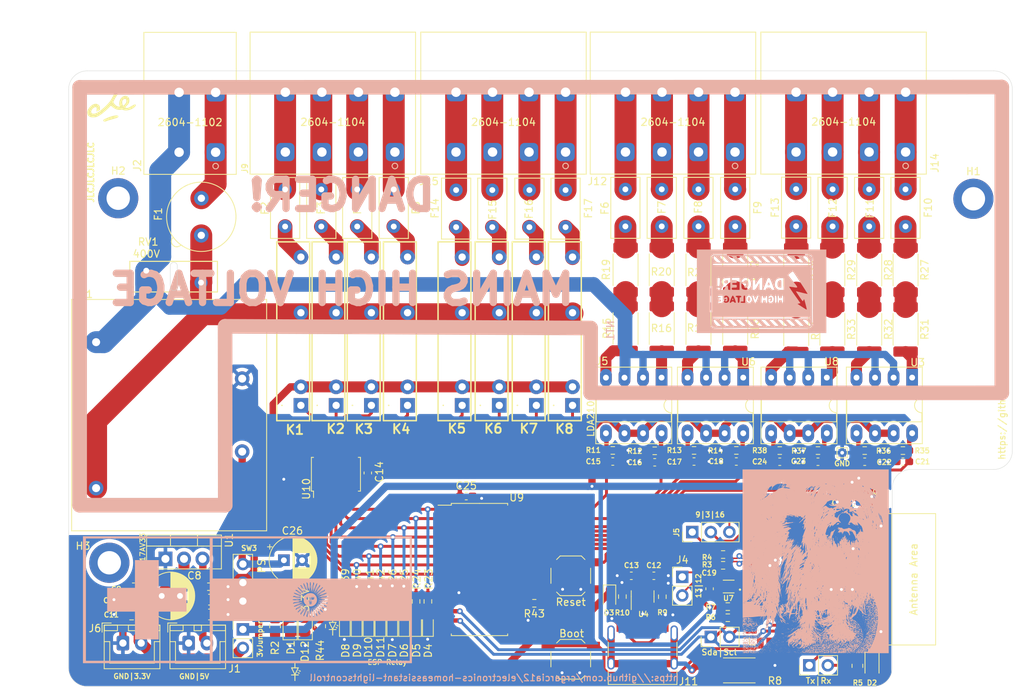
<source format=kicad_pcb>
(kicad_pcb (version 20221018) (generator pcbnew)
  (title_block (title "Home Assistant module for lights control") (date "2023-09-26") (rev "20230926.22"))
  (layers (0 "F.Cu" signal) (31 "B.Cu" signal) (34 "B.Paste" user) (35 "F.Paste" user) (36 "B.SilkS" user "B.Silkscreen") (37 "F.SilkS" user "F.Silkscreen") (38 "B.Mask" user) (39 "F.Mask" user) (44 "Edge.Cuts" user))
  (net 0 "")
  (net 1 "220VAC(L)")
  (net 2 "5V+")
  (net 3 "3.3V+")
  (net 4 "Net-(F1-Pad1)")
  (net 5 "Net-(F2-Pad1)")
  (net 6 "Net-(F3-Pad1)")
  (net 7 "Net-(F4-Pad1)")
  (net 8 "Net-(F5-Pad1)")
  (net 9 "Net-(J6-Pin_2)")
  (net 12 "220VAC(N)")
  (net 13 "EN")
  (net 14 "D+")
  (net 15 "D-")
  (net 16 "IO0")
  (net 17 "RXD0")
  (net 18 "TXD0")
  (net 19 "VBUS")
  (net 20 "GND")
  (net 21 "Net-(U9-GPA7)")
  (net 22 "Net-(F2-Pad2)")
  (net 23 "Net-(F3-Pad2)")
  (net 24 "Net-(F4-Pad2)")
  (net 25 "Net-(F7-Pad1)")
  (net 26 "Net-(R17-Pad1)")
  (net 27 "Net-(R17-Pad2)")
  (net 28 "Net-(R18-Pad1)")
  (net 29 "Net-(R18-Pad2)")
  (net 30 "SDA")
  (net 31 "SCL")
  (net 32 "Net-(F8-Pad1)")
  (net 33 "Net-(F9-Pad1)")
  (net 34 "Net-(U9-GPA6)")
  (net 35 "220VAC(N)-LowV")
  (net 36 "GPIO3")
  (net 37 "5V+_PS")
  (net 38 "Net-(F5-Pad2)")
  (net 39 "Net-(F6-Pad1)")
  (net 41 "Net-(U9-GPA5)")
  (net 42 "Net-(U9-GPA4)")
  (net 43 "Net-(U9-GPA1)")
  (net 44 "Net-(U9-GPA2)")
  (net 45 "Net-(U9-GPA3)")
  (net 46 "Net-(D1-A)")
  (net 47 "Net-(D2-A)")
  (net 48 "Net-(D3-A)")
  (net 49 "Net-(D4-A)")
  (net 50 "Net-(D5-A)")
  (net 51 "Net-(D6-A)")
  (net 52 "Net-(D7-A)")
  (net 53 "GPIO16")
  (net 54 "Net-(D8-A)")
  (net 55 "Net-(D9-A)")
  (net 56 "GPIO9")
  (net 57 "Net-(D10-A)")
  (net 58 "Net-(D11-A)")
  (net 59 "Net-(J11-CC1)")
  (net 60 "Net-(J11-D+-PadA6)")
  (net 61 "Net-(J11-D--PadA7)")
  (net 63 "/ESP-D+")
  (net 64 "/ESP-D-")
  (net 65 "GPIO12")
  (net 66 "LED-GPIO")
  (net 67 "Net-(J11-CC2)")
  (net 69 "Net-(R15-Pad2)")
  (net 70 "Net-(R15-Pad1)")
  (net 71 "Net-(R16-Pad2)")
  (net 72 "Net-(R16-Pad1)")
  (net 73 "Net-(J11-SHIELD)")
  (net 74 "Net-(U10-O1)")
  (net 75 "Net-(U10-O2)")
  (net 76 "Net-(U10-O3)")
  (net 77 "Net-(U10-O4)")
  (net 78 "Net-(U10-O5)")
  (net 79 "Net-(U10-O6)")
  (net 80 "Net-(U10-O7)")
  (net 81 "GPIO13")
  (net 82 "Net-(U10-O8)")
  (net 83 "Net-(U10-I8)")
  (net 84 "Net-(U10-I7)")
  (net 85 "Net-(U10-I6)")
  (net 86 "Net-(U10-I5)")
  (net 87 "Net-(U10-I1)")
  (net 88 "Net-(U10-I2)")
  (net 89 "Net-(F10-Pad1)")
  (net 90 "Net-(F10-Pad2)")
  (net 91 "Net-(F11-Pad1)")
  (net 92 "Net-(F11-Pad2)")
  (net 93 "Net-(F12-Pad1)")
  (net 94 "Net-(F12-Pad2)")
  (net 95 "Net-(F13-Pad1)")
  (net 96 "Net-(F13-Pad2)")
  (net 97 "Net-(F14-Pad1)")
  (net 98 "Net-(F14-Pad2)")
  (net 99 "Net-(F15-Pad1)")
  (net 100 "Net-(F15-Pad2)")
  (net 101 "Net-(F16-Pad1)")
  (net 102 "Net-(F16-Pad2)")
  (net 103 "Net-(F17-Pad1)")
  (net 104 "Net-(F17-Pad2)")
  (net 105 "Net-(U10-I3)")
  (net 106 "Net-(U10-I4)")
  (net 113 "Net-(R27-Pad2)")
  (net 114 "Net-(R28-Pad2)")
  (net 115 "Net-(R29-Pad2)")
  (net 116 "Net-(R30-Pad2)")
  (net 117 "Net-(R31-Pad2)")
  (net 118 "Net-(R32-Pad2)")
  (net 119 "Net-(R33-Pad2)")
  (net 120 "Net-(R34-Pad2)")
  (net 132 "Net-(U9-~{RESET})")
  (net 143 "Net-(F6-Pad2)")
  (net 144 "Net-(F7-Pad2)")
  (net 145 "Net-(F8-Pad2)")
  (net 146 "Net-(F9-Pad2)")
  (net 147 "Net-(U9-GPA0)")
  (net 148 "Net-(D12-A)")
  (footprint "Connector_PinHeader_2.54mm:PinHeader_1x02_P2.54mm_Vertical" (layer "F.Cu") (at 47.7525 108.7374)
    (fp_text reference "J7" hide)
    (fp_text value "Conn_01x02_Pin" hide)
  )
  (footprint "Resistor_SMD:R_2512_6332Metric_Pad1.40x3.35mm_HandSolder" (layer "F.Cu") (at 100.151 59.4615 -90)
    (fp_text reference "R19")
    (fp_text value "150kΩ1w" hide)
  )
  (footprint "Resistor_SMD:R_2512_6332Metric_Pad1.40x3.35mm_HandSolder" (layer "F.Cu") (at 105.104 59.4615 -90)
    (fp_text reference "R20")
    (fp_text value "150kΩ1w" hide)
  )
  (footprint "Varistor:RV_Disc_D12mm_W4.2mm_P7.5mm" (layer "F.Cu") (at 34.5207 59.58535)
    (fp_text reference "RV1" hide)
    (fp_text value "400V")
  )
  (footprint "Resistor_SMD:R_2512_6332Metric_Pad1.40x3.35mm_HandSolder" (layer "F.Cu") (at 105.104 67.5133 -90)
    (fp_text reference "R16")
    (fp_text value "150kΩ1w" hide)
  )
  (footprint "Resistor_SMD:R_2512_6332Metric_Pad1.40x3.35mm_HandSolder" (layer "F.Cu") (at 100.151 67.5133 -90)
    (fp_text reference "R15")
    (fp_text value "150kΩ1w" hide)
  )
  (footprint "LED_SMD:LED_0805_2012Metric_Pad1.15x1.40mm_HandSolder" (layer "F.Cu") (at 54.2168 108.2966 90)
    (fp_text reference "D1")
    (fp_text value "5V")
  )
  (footprint "Resistor_SMD:R_0805_2012Metric_Pad1.20x1.40mm_HandSolder" (layer "F.Cu") (at 52.1594 108.2962 90)
    (fp_text reference "R2")
    (fp_text value "100Ω" hide)
  )
  (footprint "Connector_JST:JST_XH_B2B-XH-A_1x02_P2.50mm_Vertical" (layer "F.Cu") (at 40.323 110.6127)
    (fp_text reference "J1")
    (fp_text value "GND|5V")
  )
  (footprint "icons:che" (layer "F.Cu") (at 29.7688 36.83)
    (fp_text reference "G1" hide)
    (fp_text value "LOGO" hide)
  )
  (footprint "icons:led_6000dpi" (layer "F.Cu") (at 55.0296 114.5286 -90)
    (fp_text reference "G4" hide)
    (fp_text value "LOGO" hide)
  )
  (footprint "Capacitor_SMD:C_0603_1608Metric_Pad1.08x0.95mm_HandSolder" (layer "F.Cu") (at 32.766 102.8827 180)
    (fp_text reference "C9")
    (fp_text value "100nF" hide)
  )
  (footprint "Capacitor_SMD:C_0805_2012Metric_Pad1.18x1.45mm_HandSolder" (layer "F.Cu") (at 43.307 106.6927)
    (fp_text reference "C7")
    (fp_text value "NC")
  )
  (footprint "Capacitor_SMD:C_0603_1608Metric_Pad1.08x0.95mm_HandSolder" (layer "F.Cu") (at 64.8594 87.2998 -90)
    (fp_text reference "C14")
    (fp_text value "100nF" hide)
  )
  (footprint "rac05-05sk:277" (layer "F.Cu") (at 37.656 79.3789)
    (fp_text reference "PS1")
    (fp_text value "RAC05-05SK/277")
  )
  (footprint "Package_TO_SOT_THT:TO-220-3_Vertical" (layer "F.Cu") (at 37.148 99.0727)
    (fp_text reference "U1")
    (fp_text value "LD1117AV33")
  )
  (footprint "wago-2604-1104:big_pads_2604-1104" (layer "F.Cu") (at 68.5678 43.3324 180)
    (fp_text reference "J9")
    (fp_text value "2604-1104")
  )
  (footprint "wago-2604-1102:big_pads_2604-1102" (layer "F.Cu") (at 44.02 43.355999 180)
    (fp_text reference "J2")
    (fp_text value "2604-1102")
  )
  (footprint "wago-2604-1104:big_pads_2604-1104" (layer "F.Cu") (at 115.14 43.328199 180)
    (fp_text reference "J12")
    (fp_text value "2604-1104")
  )
  (footprint "Fuse:Fuseholder_TR5_Littelfuse_No560_No460" (layer "F.Cu") (at 42.0664 49.6624 -90)
    (fp_text reference "F1")
    (fp_text value "250V500mA")
  )
  (footprint "MountingHole:MountingHole_3.2mm_M3_ISO14580_Pad" (layer "F.Cu") (at 30.6832 49.657)
    (fp_text reference "H2")
    (fp_text value "MountingHole_Pad")
  )
  (footprint "MountingHole:MountingHole_3.2mm_M3_ISO14580_Pad" (layer "F.Cu") (at 147.7772 49.7332)
    (fp_text reference "H1")
    (fp_text value "MountingHole_Pad")
  )
  (footprint "Package_DIP:DIP-8_W7.62mm_Socket_LongPads" (layer "F.Cu") (at 139.389178 74.236118 -90)
    (fp_text reference "U3")
    (fp_text value "LDA210-PDIP")
  )
  (footprint "Resistor_SMD:R_2512_6332Metric_Pad1.40x3.35mm_HandSolder" (layer "F.Cu") (at 115.1624 67.5133 -90)
    (fp_text reference "R18")
    (fp_text value "150kΩ1w" hide)
  )
  (footprint "Resistor_SMD:R_2512_6332Metric_Pad1.40x3.35mm_HandSolder" (layer "F.Cu") (at 110.1332 59.4615 -90)
    (fp_text reference "R21")
    (fp_text value "150kΩ1w" hide)
  )
  (footprint "Resistor_SMD:R_2512_6332Metric_Pad1.40x3.35mm_HandSolder" (layer "F.Cu") (at 115.1624 59.4615 -90)
    (fp_text reference "R22")
    (fp_text value "150kΩ1w" hide)
  )
  (footprint "Package_DIP:DIP-8_W7.62mm_Socket_LongPads" (layer "F.Cu") (at 105.0813 74.2396 -90)
    (fp_text reference "U5")
    (fp_text value "LDA210-PDIP")
  )
  (footprint "Package_DIP:DIP-8_W7.62mm_Socket_LongPads" (layer "F.Cu") (at 116.2573 74.2396 -90)
    (fp_text reference "U6")
    (fp_text value "LDA210-PDIP" hide)
  )
  (footprint "Resistor_SMD:R_2512_6332Metric_Pad1.40x3.35mm_HandSolder" (layer "F.Cu") (at 110.1332 67.5133 -90)
    (fp_text reference "R17")
    (fp_text value "150kΩ1w" hide)
  )
  (footprint "Resistor_SMD:R_0603_1608Metric_Pad0.98x0.95mm_HandSolder" (layer "F.Cu") (at 131.376902 89.787199)
    (fp_text reference "R1")
    (fp_text value "10kΩ" hide)
  )
  (footprint "Capacitor_SMD:C_0603_1608Metric_Pad1.08x0.95mm_HandSolder" (layer "F.Cu") (at 131.364402 91.311199 180)
    (fp_text reference "C1")
    (fp_text value "100nF" hide)
  )
  (footprint "Connector_JST:JST_XH_B2B-XH-A_1x02_P2.50mm_Vertical" (layer "F.Cu") (at 31.326 110.6127)
    (fp_text reference "J6")
    (fp_text value "GND|3.3V")
  )
  (footprint "hamodule_SW_SPST_SKQG_WithStem:SW_SPST_SKQG_WithStem" (layer "F.Cu") (at 92.647 101.3926)
    (fp_text reference "SW1" hide)
    (fp_text value "Reset")
  )
  (footprint "hamodule_SW_SPST_SKQG_WithStem:SW_SPST_SKQG_WithStem" (layer "F.Cu") (at 92.6458 112.831)
    (fp_text reference "SW2" hide)
    (fp_text value "Boot")
  )
  (footprint "Connector_PinHeader_2.54mm:PinHeader_1x02_P2.54mm_Vertical" (layer "F.Cu") (at 125.305402 113.659699 90)
    (fp_text reference "J10" hide)
    (fp_text value "Tx|Rx")
  )
  (footprint "Capacitor_SMD:C_0603_1608Metric_Pad1.08x0.95mm_HandSolder" (layer "F.Cu") (at 134.719402 91.311199)
    (fp_text reference "C5")
    (fp_text value "100nF" hide)
  )
  (footprint "Capacitor_SMD:C_0603_1608Metric_Pad1.08x0.95mm_HandSolder" (layer "F.Cu") (at 111.655402 103.169699 -90)
    (fp_text reference "C19")
    (fp_text value "100nF" hide)
  )
  (footprint "Capacitor_SMD:C_0603_1608Metric" (layer "F.Cu") (at 100.935402 101.389699 180)
    (fp_text reference "C13")
    (fp_text value "20p" hide)
  )
  (footprint "LED_SMD:LED_0805_2012Metric_Pad1.15x1.40mm_HandSolder" (layer "F.Cu") (at 56.2996 108.2966 90)
    (fp_text reference "D12")
    (fp_text value "3.3V")
  )
  (footprint "Package_SO:SSOP-18_4.4x6.5mm_P0.65mm" (layer "F.Cu") (at 60.4888 87.4776 90)
    (fp_text reference "U10")
    (fp_text value "ULN2803A")
  )
  (footprint "Resistor_SMD:R_0603_1608Metric_Pad0.98x0.95mm_HandSolder" (layer "F.Cu") (at 63.3336 104.9039 90)
    (fp_text reference "R40")
    (fp_text value "100Ω")
  )
  (footprint "Capacitor_SMD:C_0603_1608Metric_Pad1.08x0.95mm_HandSolder" (layer "F.Cu") (at 78.3347 90.4748)
    (fp_text reference "C25")
    (fp_text value "100nF")
  )
  (footprint "wago-2604-1104:big_pads_2604-1104" (layer "F.Cu") (at 138.497702 43.328199 180)
    (fp_text reference "J14")
    (fp_text value "2604-1104")
  )
  (footprint "wago-2604-1104:big_pads_2604-1104" (layer "F.Cu") (at 91.9358 43.3324 180)
    (fp_text reference "J15")
    (fp_text value "2604-1104")
  )
  (footprint "Resistor_SMD:R_0603_1608Metric_Pad0.98x0.95mm_HandSolder" (layer "F.Cu") (at 61.708 104.902 90)
    (fp_text reference "R39")
    (fp_text value "100Ω")
  )
  (footprint "Resistor_SMD:R_2512_6332Metric_Pad1.40x3.35mm_HandSolder" (layer "F.Cu") (at 128.4592 67.6178 -90)
    (fp_text reference "R33")
    (fp_text value "150kΩ1w")
  )
  (footprint "Capacitor_SMD:C_0603_1608Metric_Pad1.08x0.95mm_HandSolder" (layer "F.Cu") (at 121.262502 85.761299)
    (fp_text reference "C24")
    (fp_text value "22uF")
  )
  (footprint "Resistor_SMD:R_2512_6332Metric_Pad1.40x3.35mm_HandSolder" (layer "F.Cu") (at 128.4592 59.4858 -90)
    (fp_text reference "R29")
    (fp_text value "150kΩ1w")
  )
  (footprint "LED_SMD:LED_0603_1608Metric" (layer "F.Cu") (at 61.708 108.2041 90)
    (fp_text reference "D8")
    (fp_text value "LED")
  )
  (footprint "Capacitor_SMD:C_0603_1608Metric_Pad1.08x0.95mm_HandSolder" (layer "F.Cu") (at 132.894602 85.761299)
    (fp_text reference "C22")
    (fp_text value "22uF")
  )
  (footprint "RST-80-AMMO:FUSE_RST-1-BULK" (layer "F.Cu") (at 81.9028 51.0794 90)
    (fp_text reference "F15")
    (fp_text value "Fuse")
  )
  (footprint "Resistor_SMD:R_0805_2012Metric_Pad1.20x1.40mm_HandSolder" (layer "F.Cu") (at 58.3316 108.2962 90)
    (fp_text reference "R44")
    (fp_text value "100Ω")
  )
  (footprint "Resistor_SMD:R_0603_1608Metric_Pad0.98x0.95mm_HandSolder" (layer "F.Cu") (at 109.527126 84.21248)
    (fp_text reference "R13")
    (fp_text value "10kΩ" hide)
  )
  (footprint "AQG12205:AQG12205" (layer "F.Cu") (at 77.7748 78.0439 90)
    (fp_text reference "K5")
    (fp_text value "AQG12205" hide)
  )
  (footprint "Connector_PinHeader_2.54mm:PinHeader_1x03_P2.54mm_Vertical" (layer "F.Cu") (at 109.284 95.4024 90)
    (fp_text reference "J5")
    (fp_text value "9|3|16")
  )
  (footprint "RST-80-AMMO:FUSE_RST-1-BULK" (layer "F.Cu") (at 105.104 50.9759 90)
    (fp_text reference "F7")
    (fp_text value "Fuse")
  )
  (footprint "Resistor_SMD:R_0603_1608Metric_Pad0.98x0.95mm_HandSolder" (layer "F.Cu") (at 69.836 104.902 90)
    (fp_text reference "R25")
    (fp_text value "100Ω" hide)
  )
  (footprint "Resistor_SMD:R_0603_1608Metric_Pad0.98x0.95mm_HandSolder" (layer "F.Cu") (at 68.2104 104.9039 90)
    (fp_text reference "R26")
    (fp_text value "100Ω")
  )
  (footprint "Resistor_SMD:R_2512_6332Metric_Pad1.40x3.35mm_HandSolder" (layer "F.Cu") (at 123.5202 67.6656 -90)
    (fp_text reference "R34")
    (fp_text value "150kΩ1w")
  )
  (footprint "Resistor_SMD:R_0603_1608Metric_Pad0.98x0.95mm_HandSolder" (layer "F.Cu") (at 98.400026 84.21248)
    (fp_text reference "R11")
    (fp_text value "10kΩ" hide)
  )
  (footprint "Resistor_SMD:R_0603_1608Metric" (layer "F.Cu") (at 113.505402 98.479699 180)
    (fp_text reference "R4")
    (fp_text value "22Ω" hide)
  )
  (footprint "Capacitor_THT:CP_Radial_D6.3mm_P2.50mm" (layer "F.Cu") (at 53.3654 99.2632)
    (fp_text reference "C26")
    (fp_text value "10uF")
  )
  (footprint "Resistor_SMD:R_0603_1608Metric_Pad0.98x0.95mm_HandSolder" (layer "F.Cu") (at 138.126202 84.237299)
    (fp_text reference "R35")
    (fp_text value "10kΩ")
  )
  (footprint "Resistor_SMD:R_2512_6332Metric_Pad1.40x3.35mm_HandSolder" (layer "F.Cu") (at 123.5202 59.5356 -90)
    (fp_text reference "R30")
    (fp_text value "150kΩ1w")
  )
  (footprint "Resistor_SMD:R_0603_1608Metric" (layer "F.Cu") (at 113.505402 99.954699 180)
    (fp_text reference "R3")
    (fp_text value "22Ω" hide)
  )
  (footprint "Espressif:ESP32-S3-WROOM-2" (layer "F.Cu") (at 126.855402 101.869699 -90)
    (fp_text reference "U2")
    (fp_text value "ESP32-S3-WROOM-2" hide)
  )
  (footprint "Resistor_SMD:R_2512_6332Metric_Pad1.40x3.35mm_HandSolder" (layer "F.Cu") (at 138.4922 59.4858 -90)
    (fp_text reference "R27")
    (fp_text value "150kΩ1w")
  )
  (footprint "LED_SMD:LED_0603_1608Metric" (layer "F.Cu") (at 69.836 108.204 90)
    (fp_text reference "D6")
    (fp_text value "LED" hide)
  )
  (footprint "AQG12205:AQG12205" (layer "F.Cu") (at 82.8548 78.0439 90)
    (fp_text reference "K6")
    (fp_text value "AQG12205" hide)
  )
  (footprint "RST-80-AMMO:FUSE_RST-1-BULK" (layer "F.Cu") (at 115.1624 50.9759 90)
    (fp_text reference "F9")
    (fp_text value "Fuse")
  )
  (footprint "Connector_PinHeader_2.54mm:PinHeader_1x02_P2.54mm_Vertical" (layer "F.Cu") (at 107.915402 101.544699)
    (fp_text reference "J4")
    (fp_text value "13|12")
  )
  (footprint "RST-80-AMMO:FUSE_RST-1-BULK" (layer "F.Cu") (at 133.5024 50.9778 90)
    (fp_text reference "F11")
    (fp_text value "Fuse")
  )
  (footprint "Resistor_SMD:R_0603_1608Metric" (layer "F.Cu") (at 87.6554 105.156 180)
    (fp_text reference "R43")
    (fp_text value "22Ω")
  )
  (footprint "Connector_PinHeader_2.54mm:PinHeader_1x02_P2.54mm_Vertical" (layer "F.Cu") (at 111.830402 109.769699 90)
    (fp_text reference "J3" hide)
    (fp_text value "Sda|Scl")
  )
  (footprint "Resistor_SMD:R_0603_1608Metric_Pad0.98x0.95mm_HandSolder" (layer "F.Cu") (at 126.494902 84.237299)
    (fp_text reference "R37")
    (fp_text value "10kΩ")
  )
  (footprint "TestPoint:TestPoint_THTPad_1.0x1.0mm_Drill0.5mm" (layer "F.Cu") (at 129.8072 84.5312)
    (fp_text reference "TP1" hide)
    (fp_text value "GND")
  )
  (footprint "LED_SMD:LED_0805_2012Metric_Pad1.15x1.40mm_HandSolder" (layer "F.Cu") (at 133.895402 113.729699 -90)
    (fp_text reference "D2")
    (fp_text value "LED")
  )
  (footprint "Diode_SMD:D_SOD-323" (layer "F.Cu") (at 97.9556 104.2584 -90)
    (fp_text reference "D3")
    (fp_text value "BAT60A" hide)
  )
  (footprint "RST-80-AMMO:FUSE_RST-1-BULK" (layer "F.Cu") (at 128.4978 50.9778 90)
    (fp_text reference "F12")
    (fp_text value "Fuse")
  )
  (footprint "RST-80-AMMO:FUSE_RST-1-BULK" (layer "F.Cu") (at 68.4083 50.9929 90)
    (fp_text reference "F5")
    (fp_text value "Fuse")
  )
  (footprint "Package_DIP:DIP-8_W7.62mm_Socket_LongPads" (layer "F.Cu") (at 127.705178 74.236118 -90)
    (fp_text reference "U8")
    (fp_text value "LDA210-PDIP")
  )
  (footprint "Resistor_SMD:R_2512_6332Metric_Pad1.40x3.35mm_HandSolder" (layer "F.Cu") (at 133.5138 59.4858 -90)
    (fp_text reference "R28")
    (fp_text value "150kΩ1w")
  )
  (footprint "Capacitor_SMD:C_0603_1608Metric_Pad1.08x0.95mm_HandSolder" (layer "F.Cu") (at 138.126202 85.761299 180)
    (fp_text reference "C21")
    (fp_text value "22uF")
  )
  (footprint "Capacitor_SMD:C_0805_2012Metric_Pad1.18x1.45mm_HandSolder" (layer "F.Cu") (at 32.512 104.6607 180)
    (fp_text reference "C10")
    (fp_text value "NC")
  )
  (footprint "RST-80-AMMO:FUSE_RST-1-BULK" (layer "F.Cu") (at 76.9498 51.0794 90)
    (fp_text reference "F14")
    (fp_text value "Fuse")
  )
  (footprint "usb-c:USB_C_Receptacle_HRO_TYPE-C-31-M-12" (layer "F.Cu") (at 102.481402 112.375599)
    (fp_text reference "J11")
    (fp_text value "USB_C_Receptacle_USB2.0")
  )
  (footprint "Resistor_SMD:R_0603_1608Metric_Pad0.98x0.95mm_HandSolder" (layer "F.Cu") (at 115.318326 84.21248)
    (fp_text reference "R14")
    (fp_text value "10kΩ" hide)
  )
  (footprint "Resistor_SMD:R_0603_1608Metric_Pad0.98x0.95mm_HandSolder" (layer "F.Cu") (at 64.9592 104.9039 90)
    (fp_text reference "R41")
    (fp_text value "100Ω")
  )
  (footprint "Connector_PinHeader_2.54mm:PinHeader_1x03_P2.54mm_Vertical" (layer "F.Cu") (at 47.7525 104.8639 180)
    (fp_text reference "SW3")
    (fp_text value "USB | PS")
  )
  (footprint "Capacitor_SMD:C_0603_1608Metric_Pad1.08x0.95mm_HandSolder" (layer "F.Cu") (at 109.524126 85.73648)
    (fp_text reference "C17")
    (fp_text value "22uF")
  )
  (footprint "LED_SMD:LED_0603_1608Metric" (layer "F.Cu") (at 73.0872 108.204 90)
    (fp_text reference "D4")
    (fp_text value "LED" hide)
  )
  (footprint "Package_SO:SOIC-28W_7.5x17.9mm_P1.27mm" (layer "F.Cu") (at 80.1484 100.5332)
    (fp_text reference "U9")
    (fp_text value "MCP23017_SO")
  )
  (footprint "Capacitor_SMD:C_0603_1608Metric_Pad1.08x0.95mm_HandSolder" (layer "F.Cu") (at 104.141526 85.83808)
    (fp_text reference "C16")
    (fp_text value "22uF")
  )
  (footprint "Capacitor_SMD:C_0603_1608Metric_Pad1.08x0.95mm_HandSolder" (layer "F.Cu") (at 43.053 102.8827)
    (fp_text reference "C4")
    (fp_text value "100nF" hide)
  )
  (footprint "RST-80-AMMO:FUSE_RST-1-BULK" (layer "F.Cu") (at 138.4808 50.9778 90)
    (fp_text reference "F10")
    (fp_text value "Fuse")
  )
  (footprint "RST-80-AMMO:FUSE_RST-1-BULK" (layer "F.Cu") (at 110.1332 50.9759 90)
    (fp_text reference "F8")
    (fp_text value "Fuse")
  )
  (footprint "Resistor_SMD:R_0603_1608Metric_Pad0.98x0.95mm_HandSolder" (layer "F.Cu") (at 121.262502 84.237299)
    (fp_text reference "R38")
    (fp_text value "10kΩ")
  )
  (footprint "LED_SMD:LED_0603_1608Metric" (layer "F.Cu") (at 63.3336 108.204 90)
    (fp_text reference "D9")
    (fp_text value "LED")
  )
  (footprint "icons:led_6000dpi" (layer "F.Cu") (at 60.198 108.3056 -90)
    (fp_text reference "G2" hide)
    (fp_text value "LOGO" hide)
  )
  (footprint "RST-80-AMMO:FUSE_RST-1-BULK" (layer "F.Cu") (at 86.9828 51.0794 90)
    (fp_text reference "F16")
    (fp_text value "Fuse")
  )
  (footprint "Resistor_SMD:R_0603_1608Metric_Pad0.98x0.95mm_HandSolder" (layer "F.Cu") (at 73.0872 104.902 90)
    (fp_text reference "R23")
    (fp_text value "100Ω" hide)
  )
  (footprint "Capacitor_SMD:C_0603_1608Metric_Pad1.08x0.95mm_HandSolder" (layer "F.Cu") (at 126.494902 85.761299)
    (fp_text reference "C23")
    (fp_text value "22uF")
  )
  (footprint "Capacitor_SMD:C_0603_1608Metric_Pad1.08x0.95mm_HandSolder" (layer "F.Cu") (at 115.315326 85.73648 180)
    (fp_text reference "C18")
    (fp_text value "22uF")
  )
  (footprint "Resistor_SMD:R_0603_1608Metric_Pad0.98x0.95mm_HandSolder" (layer "F.Cu") (at 105.185402 104.259699 90)
    (fp_text reference "R9")
    (fp_text value "5.1kΩ")
  )
  (footprint "Resistor_SMD:R_0603_1608Metric_Pad0.98x0.95mm_HandSolder" (layer "F.Cu") (at 71.4616 104.902 90)
    (fp_text reference "R24")
    (fp_text value "100Ω" hide)
  )
  (footprint "AQG12205:AQG12205" (layer "F.Cu") (at 55.6943 78.0439 90)
    (fp_text reference "K1")
    (fp_text value "AQG12205" hide)
  )
  (footprint "AQG12205:AQG12205" (layer "F.Cu") (at 60.5203 78.0439 90)
    (fp_text reference "K2")
    (fp_text value "AQG12205" hide)
  )
  (footprint "RST-80-AMMO:FUSE_RST-1-BULK" (layer "F.Cu") (at 58.4883 50.9929 90)
    (fp_text reference "F3")
    (fp_text value "Fuse")
  )
  (footprint "AQG12205:AQG12205" (layer "F.Cu") (at 70.2993 78.0439 90)
    (fp_text reference "K4")
    (fp_text value "AQG12205" hide)
  )
  (footprint "AQG12205:AQG12205" (layer "F.Cu") (at 87.9348 78.0439 90)
    (fp_text reference "K7")
    (fp_text value "AQG12205" hide)
  )
  (footprint "AQG12205:AQG12205" (layer "F.Cu") (at 92.8878 78.0439 90)
    (fp_text reference "K8")
    (fp_text value "AQG12205" hide)
  )
  (footprint "Resistor_SMD:R_2512_6332Metric_Pad1.40x3.35mm_HandSolder" (layer "F.Cu") (at 115.7224 114.3508)
    (fp_text reference "R8")
    (fp_text value "150kΩ1w" hide)
  )
  (footprint "sht40:XDCR_SHT40-AD1B-R2" (layer "F.Cu") (at 114.265402 102.863299 180)
    (fp_text reference "U7")
    (fp_text value "SHT4x")
  )
  (footprint "LED_SMD:LED_0603_1608Metric" (layer "F.Cu") (at 66.5848 108.204 90)
    (fp_text reference "D11")
    (fp_text value "LED")
  )
  (footprint "Package_TO_SOT_SMD:SOT-23-6" (layer "F.Cu") (at 102.485402 104.229699 90)
    (fp_text reference "U4")
    (fp_text value "USBLC6-2SC6" hide)
  )
  (footprint "AQG12205:AQG12205" (layer "F.Cu") (at 65.3463 78.0439 90)
    (fp_text reference "K3")
    (fp_text value "AQG12205" hide)
  )
  (footprint "Capacitor_SMD:C_0603_1608Metric" (layer "F.Cu") (at 104.025402 101.389699)
    (fp_text reference "C12")
    (fp_text value "20p" hide)
  )
  (footprint "Resistor_SMD:R_0603_1608Metric_Pad0.98x0.95mm_HandSolder" (layer "F.Cu") (at 114.147002 105.612299)
    (fp_text reference "R7")
    (fp_text value "10kΩ" hide)
  )
  (footprint "Capacitor_SMD:C_0805_2012Metric_Pad1.18x1.45mm_HandSolder" (layer "F.Cu") (at 32.512 106.6927 180)
    (fp_text reference "C11")
    (fp_text value "NC")
  )
  (footprint "LED_SMD:LED_0603_1608Metric" (layer "F.Cu") (at 64.9592 108.204 90)
    (fp_text reference "D10")
    (fp_text value "LED")
  )
  (footprint "Resistor_SMD:R_2512_6332Metric_Pad1.40x3.35mm_HandSolder" (layer "F.Cu") (at 133.5138 67.6138 -90)
    (fp_text reference "R32")
    (fp_text value "150kΩ1w")
  )
  (footprint "Capacitor_THT:CP_Radial_D6.3mm_P2.50mm" (layer "F.Cu") (at 36.64 104.1527)
    (fp_text reference "C8")
    (fp_text value "10uF" hide)
  )
  (footprint "RST-80-AMMO:FUSE_RST-1-BULK" (layer "F.Cu") (at 123.4978 50.9484 90)
    (fp_text reference "F13")
    (fp_text value "Fuse")
  )
  (footprint "RST-80-AMMO:FUSE_RST-1-BULK" (layer "F.Cu") (at 100.1256 50.9759 90)
    (fp_text reference "F6")
    (fp_text value "Fuse")
  )
  (footprint "LED_SMD:LED_0603_1608Metric" (layer "F.Cu") (at 68.2104 108.204 90)
    (fp_text reference "D7")
    (fp_text value "LED")
  )
  (footprint "Resistor_SMD:R_2512_6332Metric_Pad1.40x3.35mm_HandSolder" (layer "F.Cu") (at 138.4922 67.6138 -90)
    (fp_text reference "R31")
    (fp_text value "150kΩ1w")
  )
  (footprint "Capacitor_SMD:C_0603_1608Metric_Pad1.08x0.95mm_HandSolder" (layer "F.Cu") (at 134.738502 89.787199)
    (fp_text reference "C3")
    (fp_text value "22uF" hide)
  )
  (footprint "Capacitor_SMD:C_0805_2012Metric_Pad1.18x1.45mm_HandSolder" (layer "F.Cu") (at 43.307 104.6607)
    (fp_text reference "C6")
    (fp_text value "NC")
  )
  (footprint "RST-80-AMMO:FUSE_RST-1-BULK" (layer "F.Cu") (at 91.9358 51.0794 90)
    (fp_text reference "F17")
    (fp_text value "Fuse")
  )
  (footprint "Resistor_SMD:R_0603_1608Metric_Pad0.98x0.95mm_HandSolder" (layer "F.Cu") (at 66.5848 104.9039 90)
    (fp_text reference "R42")
    (fp_text value "100Ω")
  )
  (footprint "Resistor_SMD:R_0603_1608Metric_Pad0.98x0.95mm_HandSolder" (layer "F.Cu") (at 104.140426 84.26328)
    (fp_text reference "R12")
    (fp_text value "10kΩ" hide)
  )
  (footprint "Resistor_SMD:R_0603_1608Metric_Pad0.98x0.95mm_HandSolder" (layer "F.Cu") (at 114.147002 107.136299)
    (fp_text reference "R6")
    (fp_text value "10kΩ" hide)
  )
  (footprint "RST-80-AMMO:FUSE_RST-1-BULK" (layer "F.Cu") (at 53.5353 50.9929 90)
    (fp_text reference "F2")
    (fp_text value "Fuse")
  )
  (footprint "Resistor_SMD:R_0805_2012Metric_Pad1.20x1.40mm_HandSolder" (layer "F.Cu") (at 131.895402 113.729699 90)
    (fp_text reference "R5")
    (fp_text value "100Ω")
  )
  (footprint "Resistor_SMD:R_0603_1608Metric_Pad0.98x0.95mm_HandSolder" (layer "F.Cu") (at 99.715402 104.239699 90)
    (fp_text reference "R10")
    (fp_text value "5.1kΩ" hide)
  )
  (footprint "MountingHole:MountingHole_3.2mm_M3_ISO14580_Pad" (layer "F.Cu") (at 29.4645 99.6062)
    (fp_text reference "H3")
    (fp_text value "MountingHole_Pad")
  )
  (footprint "Capacitor_SMD:C_0603_1608Metric_Pad1.08x0.95mm_HandSolder" (layer "F.Cu") (at 98.398926 85.73648)
    (fp_text reference "C15")
    (fp_text value "22uF")
  )
  (footprint "RST-80-AMMO:FUSE_RST-1-BULK" (layer "F.Cu") (at 63.4083 50.9929 90)
    (fp_text reference "F4")
    (fp_text value "Fuse")
  )
  (footprint "Capacitor_SMD:C_0805_2012Metric_Pad1.18x1.45mm_HandSolder" (layer "F.Cu") (at 134.535802 88.019699)
    (fp_text reference "C20")
    (fp_text value "NC" hide)
  )
  (footprint "LED_SMD:LED_0603_1608Metric" (layer "F.Cu") (at 71.4616 108.204 90)
    (fp_text reference "D5")
    (fp_text value "LED" hide)
  )
  (footprint "Resistor_SMD:R_0603_1608Metric_Pad0.98x0.95mm_HandSolder" (layer "F.Cu") (at 132.893802 84.237299)
    (fp_text reference "R36")
    (fp_text value "10kΩ")
  )
  (footprint "icons:danger1_negative" (layer "B.Cu") (at 118.809 62.4078 180)
    (fp_text reference "G3" hide)
    (fp_text value "LOGO" hide)
  )
  (footprint "Capacitor_SMD:C_1206_3216Metric_Pad1.33x1.80mm_HandSolder" (layer "B.Cu") (at 133.892902 90.859699)
    (fp_text reference "C2")
    (fp_text value "NC")
  )
  (footprint "icons:flags" (layer "B.Cu") (at 48.3748 104.6734 180)
    (fp_text reference "G6" hide)
    (fp_text value "LOGO" hide)
  )
  (footprint "icons:depsi" (layer "B.Cu") (at 126.175 99.3902 180)
    (fp_text reference "G5" hide)
    (fp_text value "LOGO" hide)
  )
  (footprint "NetTie:NetTie-2_SMD_Pad2.0mm" (layer "B.Cu") (at 100.078902 67.778099 -90)
    (fp_text reference "NT1")
    (fp_text value "NetTie_2")
  )
  (gr_line (start 151.6634 76.327) (end 95.3648 76.3322) (stroke (width 2)) (layer "B.SilkS"))
  (gr_line (start 25.4 91.7194) (end 25.4 34.4678) (stroke (width 2)) (layer "B.SilkS"))
  (gr_line (start 151.6634 34.417) (end 151.6634 76.327) (stroke (width 2)) (layer "B.SilkS"))
  (gr_line (start 45.3136 67.2084) (end 45.339 91.7194) (stroke (width 2)) (layer "B.SilkS"))
  (gr_line (start 95.3648 76.3322) (end 95.3648 67.4422) (stroke (width 2)) (layer "B.SilkS"))
  (gr_line (start 45.339 91.7194) (end 25.4 91.7194) (stroke (width 2)) (layer "B.SilkS"))
  (gr_line (start 95.3648 67.4422) (end 45.3136 67.2084) (stroke (width 2)) (layer "B.SilkS"))
  (gr_line (start 25.4 34.4678) (end 151.6634 34.4222) (stroke (width 2)) (layer "B.SilkS"))
  (gr_line (start 150.5712 32.2072) (end 26.4292 32.2072) (stroke (width 0.05)) (layer "Edge.Cuts"))
  (gr_line (start 23.8892 113.9952) (end 23.8892 34.7472) (stroke (width 0.05)) (layer "Edge.Cuts"))
  (gr_arc (start 26.4292 116.537199) (mid 24.633028 115.791958) (end 23.8892 113.9952) (stroke (width 0.05)) (layer "Edge.Cuts"))
  (gr_arc (start 38.7736 61.8236) (mid 38.291 62.3062) (end 37.8084 61.8236) (stroke (width 0.05)) (layer "Edge.Cuts"))
  (gr_arc (start 37.8135 58.928) (mid 38.2961 58.4454) (end 38.7787 58.928) (stroke (width 0.05)) (layer "Edge.Cuts"))
  (gr_line (start 136.663204 89.3572) (end 136.6652 113.9952) (stroke (width 0.05)) (layer "Edge.Cuts"))
  (gr_arc (start 150.5712 32.2072) (mid 152.365958 32.951855) (end 153.109204 34.747199) (stroke (width 0.05)) (layer "Edge.Cuts"))
  (gr_arc (start 23.8892 34.7472) (mid 24.633149 32.951149) (end 26.4292 32.2072) (stroke (width 0.05)) (layer "Edge.Cuts"))
  (gr_arc (start 153.109204 84.277199) (mid 152.365255 86.073252) (end 150.569204 86.817199) (stroke (width 0.05)) (layer "Edge.Cuts"))
  (gr_line (start 37.8135 58.928) (end 37.8084 61.8236) (stroke (width 0.05)) (layer "Edge.Cuts"))
  (gr_line (start 134.1252 116.5352) (end 26.4292 116.5372) (stroke (width 0.05)) (layer "Edge.Cuts"))
  (gr_line (start 139.203204 86.8172) (end 150.569204 86.817199) (stroke (width 0.05)) (layer "Edge.Cuts"))
  (gr_arc (start 136.663204 89.3572) (mid 137.407153 87.56115) (end 139.203204 86.8172) (stroke (width 0.05)) (layer "Edge.Cuts"))
  (gr_line (start 153.109204 34.747199) (end 153.109204 84.277199) (stroke (width 0.05)) (layer "Edge.Cuts"))
  (gr_arc (start 136.6652 113.9952) (mid 135.921251 115.791251) (end 134.1252 116.5352) (stroke (width 0.05)) (layer "Edge.Cuts"))
  (gr_line (start 38.7736 61.8236) (end 38.7787 58.928) (stroke (width 0.05)) (layer "Edge.Cuts"))
  (gr_text "DANGER!\n\nMAINS HIGH VOLTAGE" (at 61.278 55.7022) (layer "B.SilkS") (effects (font (size 4 4) (thickness 1)) (justify mirror)))
  (gr_text "https://github.com/crgarcia12/electronics-homeassistant-lightscontroll" (at 82.1436 115.3668) (layer "B.SilkS") (effects (font (size 0.9 0.9)) (justify mirror)))
  (gr_text "V.20230926.22" (at 25.2476 44.4754 90) (layer "F.SilkS") (effects (font (size 1 1))))
  (gr_text "ESP Relay" (at 67.5132 113.2332) (layer "F.SilkS") (effects (font (size 0.7 0.7) (thickness 0.125))))
  (gr_text "JLCJLCJLCJLC" (at 26.9494 46.101 90) (layer "F.SilkS") (effects (font (size 0.8 0.8) (thickness 0.2))))
  (gr_text "https://github.com/crgarcia12/electronics-homeassistant-lightscontroll" (at 151.6888 60.198 90) (layer "F.SilkS") (effects (font (size 0.9 0.9))))
  (segment (start 77.7748 65.5574) (end 92.7608 65.5574) (width 3) (layer "F.Cu") (net 1))
  (segment (start 27.656 89.3789) (end 27.656 80.1496) (width 3) (layer "F.Cu") (net 1))
  (segment (start 42.2482 65.5574) (end 77.7748 65.5574) (width 3) (layer "F.Cu") (net 1))
  (segment (start 92.7608 65.5574) (end 92.8878 65.4304) (width 3) (layer "F.Cu") (net 1))
  (segment (start 42.0564 54.7424) (end 42.0564 61.18298) (width 3) (layer "F.Cu") (net 1))
  (segment (start 42.0207 65.7849) (end 42.2482 65.5574) (width 3) (layer "F.Cu") (net 1))
  (segment (start 42.0207 61.21868) (end 42.0207 65.7849) (width 3) (layer "F.Cu") (net 1))
  (segment (start 42.0564 61.18298) (end 42.0207 61.21868) (width 3) (layer "F.Cu") (net 1))
  (segment (start 42.0207 65.7849) (end 27.656 80.1496) (width 3) (layer "F.Cu") (net 1))
  (segment (start 64.8594 86.4373) (end 64.3271 86.4373) (width 0.4) (layer "F.Cu") (net 2))
  (segment (start 42.2695 104.6607) (end 42.2695 110.0592) (width 1) (layer "F.Cu") (net 2))
  (segment (start 52.1594 105.528719) (end 52.1594 107.2962) (width 1) (layer "F.Cu") (net 2))
  (segment (start 49.3025 100.7739) (end 49.3025 89.0361) (width 1) (layer "F.Cu") (net 2))
  (segment (start 42.2695 101.6342) (end 47.0628 101.6342) (width 1) (layer "F.Cu") (net 2))
  (segment (start 42.2695 104.6607) (end 42.2695 101.6342) (width 1) (layer "F.Cu") (net 2))
  (segment (start 48.954581 102.3239) (end 48.954581 101.121819) (width 1) (layer "F.Cu") (net 2))
  (segment (start 47.065 101.632) (end 48.4444 101.632) (width 1) (layer "F.Cu") (net 2))
  (segment (start 48.954581 101.121819) (end 49.3025 100.7739) (width 1) (layer "F.Cu") (net 2))
  (segment (start 48.4444 101.632) (end 49.3025 100.7739) (width 1) (layer "F.Cu") (net 2))
  (segment (start 48.954581 102.3239) (end 52.1594 105.528719) (width 1) (layer "F.Cu") (net 2))
  (segment (start 47.0628 101.6342) (end 47.065 101.632) (width 1) (layer "F.Cu") (net 2))
  (segment (start 47.0628 101.6342) (end 47.7525 102.3239) (width 1) (layer "F.Cu") (net 2))
  (segment (start 47.7525 102.3239) (end 48.954581 102.3239) (width 1) (layer "F.Cu") (net 2))
  (segment (start 42.2695 110.0592) (end 42.823 110.6127) (width 1) (layer "F.Cu") (net 2))
  (segment (start 63.0888 85.199) (end 63.0888 84.7776) (width 0.4) (layer "F.Cu") (net 2))
  (segment (start 51.9035 86.4373) (end 51.9024 86.4362) (width 0.4) (layer "F.Cu") (net 2))
  (segment (start 47.7525 102.3239) (end 48.4444 101.632) (width 1) (layer "F.Cu") (net 2))
  (segment (start 55.6943 75.5039) (end 92.8013 75.5039) (width 1.5) (layer "F.Cu") (net 2))
  (segment (start 49.3025 89.0361) (end 51.9024 86.4362) (width 1) (layer "F.Cu") (net 2))
  (segment (start 64.3271 86.4373) (end 63.0888 85.199) (width 0.4) (layer "F.Cu") (net 2))
  (segment (start 51.9024 86.4362) (end 51.9024 77.881587) (width 1) (layer "F.Cu") (net 2))
  (segment (start 42.2695 99.1142) (end 42.228 99.0727) (width 1) (layer "F.Cu") (net 2))
  (segment (start 55.6943 75.5039) (end 54.280087 75.5039) (width 1) (layer "F.Cu") (net 2))
  (segment (start 42.2695 101.6342) (end 42.2695 99.1142) (width 1) (layer "F.Cu") (net 2))
  (segment (start 92.8013 75.5039) (end 92.8878 75.5904) (width 1.5) (layer "F.Cu") (net 2))
  (segment (start 54.280087 75.5039) (end 51.9024 77.881587) (width 1) (layer "F.Cu") (net 2))
  (segment (start 64.8594 86.4373) (end 51.9035 86.4373) (width 0.4) (layer "F.Cu") (net 2))
  (segment (start 111.705402 105.725699) (end 113.121102 105.725699) (width 0.6) (layer "F.Cu") (net 3))
  (segment (start 109.545005 103.057302) (end 110.295109 102.307199) (width 0.6) (layer "F.Cu") (net 3))
  (segment (start 132.289402 89.787199) (end 133.876002 89.787199) (width 0.6) (layer "F.Cu") (net 3))
  (segment (start 125.165178 81.856118) (end 127.065178 79.956118) (width 1) (layer "F.Cu") (net 3))
  (segment (start 120.586759 79.817699) (end 122.625178 81.856118) (width 1) (layer "F.Cu") (net 3))
  (segment (start 95.5548 81.24478) (end 95.5548 89.131699) (width 1) (layer "F.Cu") (net 3))
  (segment (start 133.876002 88.397399) (end 133.498302 88.019699) (width 1) (layer "F.Cu") (net 3))
  (segment (start 122.625178 81.856118) (end 125.165178 81.856118) (width 1) (layer "F.Cu") (net 3))
  (segment (start 104.396902 79.766899) (end 109.065919 79.766899) (width 1) (layer "F.Cu") (net 3))
  (segment (start 83.312001 104.3432) (end 87.6676 104.3432) (width 0.25) (layer "F.Cu") (net 3))
  (segment (start 133.498302 88.019699) (end 132.088699 88.019699) (width 0.6) (layer "F.Cu") (net 3))
  (segment (start 58.3316 106.6922) (end 59.0296 105.9942) (width 0.6) (layer "F.Cu") (net 3))
  (segment (start 111.588609 105.725699) (end 111.705402 105.725699) (width 0.6) (layer "F.Cu") (net 3))
  (segment (start 113.234502 105.612299) (end 113.234502 106.198799) (width 0.6) (layer "F.Cu") (net 3))
  (segment (start 132.289402 89.787199) (end 132.289402 89.693602) (width 0.6) (layer "F.Cu") (net 3))
  (segment (start 111.1773 81.8596) (end 113.7173 81.8596) (width 1) (layer "F.Cu") (net 3))
  (segment (start 77.4578 89.154) (end 77.4578 101.5492) (width 0.6) (layer "F.Cu") (net 3))
  (segment (start 110.295109 102.307199) (end 111.655402 102.307199) (width 0.6) (layer "F.Cu") (net 3))
  (segment (start 113.201902 102.458899) (end 111.926902 102.458899) (width 0.25) (layer "F.Cu") (net 3))
  (segment (start 81.407001 102.4382) (end 83.312001 104.3432) (width 0.25) (layer "F.Cu") (net 3))
  (segment (start 133.876002 89.787199) (end 133.876002 93.089099) (width 1) (layer "F.Cu") (net 3))
  (segment (start 109.545005 103.682095) (end 111.588609 105.725699) (width 0.6) (layer "F.Cu") (net 3))
  (segment (start 77.4446 101.5624) (end 77.4446 102.4382) (width 0.6) (layer "F.Cu") (net 3))
  (segment (start 133.876002 89.787199) (end 133.876002 88.397399) (width 1) (layer "F.Cu") (net 3))
  (segment (start 127.065178 79.956118) (end 132.409178 79.956118) (width 1) (layer "F.Cu") (net 3))
  (segment (start 96.83998 79.9596) (end 95.5548 81.24478) (width 1) (layer "F.Cu") (net 3))
  (segment (start 100.0013 81.8596) (end 98.1013 79.9596) (width 1) (layer "F.Cu") (net 3))
  (segment (start 75.4984 102.4382) (end 77.4446 102.4382) (width 0.6) (layer "F.Cu") (net 3))
  (segment (start 77.4446 102.4382) (end 81.407001 102.4382) (width 0.25) (layer "F.Cu") (net 3))
  (segment (start 77.4578 101.5492) (end 77.4446 101.5624) (width 0.6) (layer "F.Cu") (net 3))
  (segment (start 114.760102 79.817699) (end 120.586759 79.817699) (width 1) (layer "F.Cu") (net 3))
  (segment (start 113.7173 80.860501) (end 114.760102 79.817699) (width 1) (layer "F.Cu") (net 3))
  (segment (start 132.088699 88.019699) (end 132.08 88.011) (width 0.6) (layer "F.Cu") (net 3))
  (segment (start 109.065919 79.766899) (end 111.15862 81.8596) (width 1) (layer "F.Cu") (net 3))
  (segment (start 113.121102 105.725699) (end 113.234502 105.612299) (width 0.6) (layer "F.Cu") (net 3))
  (segment (start 58.3316 107.2962) (end 58.3316 106.6922) (width 0.6) (layer "F.Cu") (net 3))
  (segment (start 102.5413 81.8596) (end 102.5413 81.622501) (width 1) (layer "F.Cu") (net 3))
  (segment (start 102.5413 81.622501) (end 104.396902 79.766899) (width 1) (layer "F.Cu") (net 3))
  (segment (start 98.1013 79.9596) (end 96.83998 79.9596) (width 1) (layer "F.Cu") (net 3))
  (segment (start 132.289402 89.693602) (end 131.16495 88.56915) (width 0.6) (layer "F.Cu") (net 3))
  (segment (start 109.545005 103.057302) (end 109.545005 103.682095) (width 0.6) (layer "F.Cu") (net 3))
  (segment (start 132.409178 79.956118) (end 134.309178 81.856118) (width 1) (layer "F.Cu") (net 3))
  (segment (start 111.15862 81.8596) (end 111.1773 81.8596) (width 1) (layer "F.Cu") (net 3))
  (segment (start 133.876002 93.089099) (end 133.845402 93.119699) (width 1) (layer "F.Cu") (net 3))
  (segment (start 113.7173 81.8596) (end 113.7173 80.860501) (width 1) (layer "F.Cu") (net 3))
  (segment (start 134.309178 81.856118) (end 136.849178 81.856118) (width 1) (layer "F.Cu") (net 3))
  (segment (start 100.0013 81.8596) (end 102.5413 81.8596) (width 1) (layer "F.Cu") (net 3))
  (segment (start 113.234502 106.198799) (end 113.234502 107.136299) (width 0.6) (layer "F.Cu") (net 3))
  (segment (start 87.6676 104.3432) (end 88.4804 105.156) (width 0.25) (layer "F.Cu") (net 3))
  (via (at 77.4578 89.154) (size 0.8) (drill 0.4) (layers "F.Cu" "B.Cu") (net 3))
  (via (at 131.16495 88.56915) (size 0.8) (drill 0.4) (layers "F.Cu" "B.Cu") (net 3))
  (via (at 132.08 88.011) (size 0.8) (drill 0.4) (layers "F.Cu" "B.Cu") (net 3))
  (via (at 133.865402 90.539699) (size 0.8) (drill 0.4) (layers "F.Cu" "B.Cu") (net 3))
  (via (at 95.5548 89.131699) (size 0.8) (drill 0.4) (layers "F.Cu" "B.Cu") (net 3))
  (via (at 59.0296 105.9942) (size 0.8) (drill 0.4) (layers "F.Cu" "B.Cu") (net 3))
  (via (at 111.705402 105.725699) (size 0.8) (drill 0.4) (layers "F.Cu" "B.Cu") (net 3))
  (segment (start 96.8248 89.131699) (end 107.9556 89.131699) (width 1) (layer "B.Cu") (net 3))
  (segment (start 47.7525 108.7374) (end 56.2864 108.7374) (width 1) (layer "B.Cu") (net 3))
  (segment (start 56.2864 108.7374) (end 59.0296 105.9942) (width 1) (layer "B.Cu") (net 3))
  (segment (start 111.705402 105.725699) (end 111.705402 106.330813) (width 0.6) (layer "B.Cu") (net 3))
  (segment (start 95.5548 89.131699) (end 96.8248 89.131699) (width 1) (layer "B.Cu") (net 3))
  (segment (start 60.2488 104.775) (end 60.2488 96.2411) (width 1) (layer "B.Cu") (net 3))
  (segment (start 59.0296 105.9942) (end 60.2488 104.775) (width 1) (layer "B.Cu") (net 3))
  (segment (start 94.996 89.131699) (end 95.5548 89.131699) (width 1) (layer "B.Cu") (net 3))
  (segment (start 107.9556 89.131699) (end 130.602402 89.131699) (width 1) (layer "B.Cu") (net 3))
  (segment (start 131.16495 88.569151) (end 131.16495 88.56915) (width 1) (layer "B.Cu") (net 3))
  (segment (start 96.748202 89.208297) (end 96.8248 89.131699) (width 0.6) (layer "B.Cu") (net 3))
  (segment (start 130.602402 89.131699) (end 131.16495 88.569151) (width 1) (layer "B.Cu") (net 3))
  (segment (start 97.746789 110.8202) (end 96.748202 109.821613) (width 0.6) (layer "B.Cu") (net 3))
  (segment (start 130.602402 89.131699) (end 132.330402 90.859699) (width 1) (layer "B.Cu") (net 3))
  (segment (start 131.7231 88.011) (end 131.16495 88.56915) (width 1) (layer "B.Cu") (net 3))
  (segment (start 111.705402 106.330813) (end 107.216015 110.8202) (width 0.6) (layer "B.Cu") (net 3))
  (segment (start 107.216015 110.8202) (end 97.746789 110.8202) (width 0.6) (layer "B.Cu") (net 3))
  (segment (start 132.330402 90.859699) (end 133.545402 90.859699) (width 1) (layer "B.Cu") (net 3))
  (segment (start 60.2488 96.2411) (end 67.358201 89.131699) (width 1) (layer "B.Cu") (net 3))
  (segment (start 96.748202 109.821613) (end 96.748202 89.208297) (width 0.6) (layer "B.Cu") (net 3))
  (segment (start 133.545402 90.859699) (end 133.865402 90.539699) (width 1) (layer "B.Cu") (net 3))
  (segment (start 67.358201 89.131699) (end 94.996 89.131699) (width 1) (layer "B.Cu") (net 3))
  (segment (start 132.08 88.011) (end 131.7231 88.011) (width 1) (layer "B.Cu") (net 3))
  (segment (start 44.02 47.7088) (end 42.0664 49.6624) (width 3) (layer "F.Cu") (net 4))
  (segment (start 44.02 43.355999) (end 44.02 47.7088) (width 3) (layer "F.Cu") (net 4))
  (segment (start 44.02 35.156) (end 44.02 43.355999) (width 3) (layer "F.Cu") (net 4))
  (segment (start 53.5353 55.5649) (end 55.6943 57.7239) (width 2) (layer "F.Cu") (net 5))
  (segment (start 53.5353 53.5329) (end 53.5353 55.5649) (width 2) (layer "F.Cu") (net 5))
  (segment (start 60.5203 55.5649) (end 60.5203 57.7239) (width 2) (layer "F.Cu") (net 6))
  (segment (start 58.4883 53.5329) (end 60.5203 55.5649) (width 2) (layer "F.Cu") (net 6))
  (segment (start 65.3463 57.7239) (end 65.3463 55.4709) (width 2) (layer "F.Cu") (net 7))
  (segment (start 65.3463 55.4709) (end 63.4083 53.5329) (width 2) (layer "F.Cu") (net 7))
  (segment (start 70.2993 55.4239) (end 68.4083 53.5329) (width 2) (layer "F.Cu") (net 8))
  (segment (start 70.2993 57.7239) (end 70.2993 55.4239) (width 2) (layer "F.Cu") (net 8))
  (segment (start 33.5495 104.6607) (end 33.5495 102.9617) (width 1.5) (layer "F.Cu") (net 9))
  (segment (start 33.5495 104.6607) (end 33.5495 110.3362) (width 1.5) (layer "F.Cu") (net 9))
  (segment (start 34.0575 104.1527) (end 33.5495 104.6607) (width 1.5) (layer "F.Cu") (net 9))
  (segment (start 36.005 112.7887) (end 46.2412 112.7887) (width 1.5) (layer "F.Cu") (net 9))
  (segment (start 36.64 104.1527) (end 34.0575 104.1527) (width 1.5) (layer "F.Cu") (net 9))
  (segment (start 39.688 100.7237) (end 39.688 99.0727) (width 1.5) (layer "F.Cu") (net 9))
  (segment (start 46.2412 112.7887) (end 47.7525 111.2774) (width 1.5) (layer "F.Cu") (net 9))
  (segment (start 33.826 110.6127) (end 33.829 110.6127) (width 1.5) (layer "F.Cu") (net 9))
  (segment (start 33.829 110.6127) (end 36.005 112.7887) (width 1.5) (layer "F.Cu") (net 9))
  (segment (start 36.64 103.7717) (end 39.688 100.7237) (width 1.5) (layer "F.Cu") (net 9))
  (segment (start 36.64 104.1527) (end 36.64 103.7717) (width 1.5) (layer "F.Cu") (net 9))
  (segment (start 33.5495 110.3362) (end 33.826 110.6127) (width 1.5) (layer "F.Cu") (net 9))
  (segment (start 33.5495 102.9617) (end 33.6285 102.8827) (width 1.5) (layer "F.Cu") (net 9))
  (segment (start 44.74156 64.61868) (end 37.70728 64.61868) (width 2) (layer "B.Cu") (net 12))
  (segment (start 47.89224 61.468) (end 44.74156 64.61868) (width 2) (layer "B.Cu") (net 12))
  (segment (start 39.02 43.355999) (end 36.4332 45.942799) (width 3) (layer "B.Cu") (net 12))
  (segment (start 95.768803 61.468) (end 100.078902 65.778099) (width 2) (layer "B.Cu") (net 12))
  (segment (start 37.70728 64.61868) (end 34.5207 61.4321) (width 2) (layer "B.Cu") (net 12))
  (segment (start 27.656 69.3789) (end 28.6783 69.3789) (width 3) (layer "B.Cu") (net 12))
  (segment (start 28.6783 69.3789) (end 34.5207 63.5365) (width 3) (layer "B.Cu") (net 12))
  (segment (start 47.89224 61.468) (end 95.768803 61.468) (width 2) (layer "B.Cu") (net 12))
  (segment (start 34.5207 61.4321) (end 34.5207 59.58535) (width 3) (layer "B.Cu") (net 12))
  (segment (start 36.4332 57.67285) (end 34.5207 59.58535) (width 3) (layer "B.Cu") (net 12))
  (segment (start 39.02 43.355999) (end 39.02 35.156) (width 3) (layer "B.Cu") (net 12))
  (segment (start 36.4332 45.942799) (end 36.4332 57.67285) (width 3) (layer "B.Cu") (net 12))
  (segment (start 34.5207 63.5365) (end 34.5207 59.58535) (width 3) (layer "B.Cu") (net 12))
  (segment (start 95.747 99.5426) (end 97.1936 99.5426) (width 0.4) (layer "F.Cu") (net 13))
  (segment (start 97.1936 99.5426) (end 97.473 99.2632) (width 0.4) (layer "F.Cu") (net 13))
  (segment (start 89.547 99.5426) (end 95.747 99.5426) (width 0.4) (layer "F.Cu") (net 13))
  (segment (start 128.792901 89.431699) (end 130.108902 89.431699) (width 0.4) (layer "F.Cu") (net 13))
  (segment (start 97.473 99.2632) (end 97.473 98.4758) (width 0.4) (layer "F.Cu") (net 13))
  (segment (start 97.473 98.4758) (end 97.6858 98.263) (width 0.4) (layer "F.Cu") (net 13))
  (segment (start 130.108902 89.431699) (end 130.464402 89.787199) (width 0.4) (layer "F.Cu") (net 13))
  (segment (start 132.025902 91.311199) (end 130.501902 89.787199) (width 0.4) (layer "F.Cu") (net 13))
  (segment (start 102.207 98.263) (end 108.950301 91.519699) (width 0.4) (layer "F.Cu") (net 13))
  (segment (start 132.575402 93.119699) (end 132.575402 91.659699) (width 0.4) (layer "F.Cu") (net 13))
  (segment (start 97.6858 98.263) (end 102.207 98.263) (width 0.4) (layer "F.Cu") (net 13))
  (segment (start 132.575402 91.659699) (end 132.226902 91.311199) (width 0.4) (layer "F.Cu") (net 13))
  (segment (start 126.704901 91.519699) (end 128.792901 89.431699) (width 0.4) (layer "F.Cu") (net 13))
  (segment (start 108.950301 91.519699) (end 126.704901 91.519699) (width 0.4) (layer "F.Cu") (net 13))
  (segment (start 104.294298 99.4422) (end 103.250402 100.486096) (width 0.2) (layer "F.Cu") (net 14))
  (segment (start 111.077903 99.998261) (end 111.077903 99.7422) (width 0.2) (layer "F.Cu") (net 14))
  (segment (start 112.167903 99.4422) (end 111.977903 99.4422) (width 0.2) (layer "F.Cu") (net 14))
  (segment (start 111.677903 99.7422) (end 111.677903 99.998261) (width 0.2) (layer "F.Cu") (net 14))
  (segment (start 109.117113 99.4422) (end 104.294298 99.4422) (width 0.2) (layer "F.Cu") (net 14))
  (segment (start 112.680402 99.954699) (end 112.167903 99.4422) (width 0.2) (layer "F.Cu") (net 14))
  (segment (start 110.777903 99.4422) (end 109.117113 99.4422) (width 0.2) (layer "F.Cu") (net 14))
  (segment (start 103.250402 100.486096) (end 103.250402 101.389699) (width 0.2) (layer "F.Cu") (net 14))
  (segment (start 103.435402 103.092199) (end 103.435402 101.574699) (width 0.2) (layer "F.Cu") (net 14))
  (segment (start 103.435402 101.574699) (end 103.250402 101.389699) (width 0.2) (layer "F.Cu") (net 14))
  (arc (start 111.977903 99.4422) (mid 111.765771 99.530068) (end 111.677903 99.7422) (width 0.2) (layer "F.Cu") (net 14))
  (arc (start 111.677903 99.998261) (mid 111.590035 100.210393) (end 111.377903 100.298261) (width 0.2) (layer "F.Cu") (net 14))
  (arc (start 111.077903 99.7422) (mid 110.990035 99.530068) (end 110.777903 99.4422) (width 0.2) (layer "F.Cu") (net 14))
  (arc (start 111.377903 100.298261) (mid 111.165771 100.210393) (end 111.077903 99.998261) (width 0.2) (layer "F.Cu") (net 14))
  (segment (start 104.107903 98.992198) (end 112.167903 98.992198) (width 0.2) (layer "F.Cu") (net 15))
  (segment (start 101.535402 101.564699) (end 101.710402 101.389699) (width 0.2) (layer "F.Cu") (net 15))
  (segment (start 101.535402 103.092199) (end 101.535402 101.564699) (width 0.2) (layer "F.Cu") (net 15))
  (segment (start 112.167903 98.992198) (end 112.680402 98.479699) (width 0.2) (layer "F.Cu") (net 15))
  (segment (start 101.710402 101.389699) (end 104.107903 98.992198) (width 0.2) (layer "F.Cu") (net 15))
  (segment (start 97.1936 111.795956) (end 97.1936 114.155589) (width 0.4) (layer "F.Cu") (net 16))
  (segment (start 95.7458 110.981) (end 96.378644 110.981) (width 0.4) (layer "F.Cu") (net 16))
  (segment (start 97.78861 114.750599) (end 107.485925 114.750599) (width 0.4) (layer "F.Cu") (net 16))
  (segment (start 117.846101 111.379) (end 118.605402 110.619699) (width 0.4) (layer "F.Cu") (net 16))
  (segment (start 89.5458 110.981) (end 95.7458 110.981) (width 0.4) (layer "F.Cu") (net 16))
  (segment (start 96.378644 110.981) (end 97.1936 111.795956) (width 0.4) (layer "F.Cu") (net 16))
  (segment (start 107.485925 114.750599) (end 110.857523 111.379) (width 0.4) (layer "F.Cu") (net 16))
  (segment (start 110.857523 111.379) (end 117.846101 111.379) (width 0.4) (layer "F.Cu") (net 16))
  (segment (start 97.1936 114.155589) (end 97.78861 114.750599) (width 0.4) (layer "F.Cu") (net 16))
  (segment (start 125.305402 113.659699) (end 126.735402 112.229699) (width 0.4) (layer "F.Cu") (net 17))
  (segment (start 130.035402 111.899699) (end 130.035402 110.619699) (width 0.4) (layer "F.Cu") (net 17))
  (segment (start 126.735402 112.229699) (end 129.705402 112.229699) (width 0.4) (layer "F.Cu") (net 17))
  (segment (start 129.705402 112.229699) (end 130.035402 111.899699) (width 0.4) (layer "F.Cu") (net 17))
  (segment (start 131.305402 110.619699) (end 131.305402 111.60046) (width 0.4) (layer "F.Cu") (net 18))
  (segment (start 129.246163 113.659699) (end 127.845402 113.659699) (width 0.4) (layer "F.Cu") (net 18))
  (segment (start 131.305402 111.60046) (end 129.246163 113.659699) (width 0.4) (layer "F.Cu") (net 18))
  (segment (start 87.9226 109.6382) (end 92.0002 109.6382) (width 1) (layer "F.Cu") (net 19))
  (segment (start 97.9556 103.6828) (end 97.9556 103.2084) (width 1) (layer "F.Cu") (net 19))
  (segment (start 47.7525 104.8639) (end 49.911 107.0224) (width 1) (layer "F.Cu") (net 19))
  (segment (start 92.0002 109.6382) (end 97.9556 103.6828) (width 1) (layer "F.Cu") (net 19))
  (segment (start 49.911 112.522) (end 50.9778 113.5888) (width 1) (layer "F.Cu") (net 19))
  (segment (start 83.972 113.5888) (end 87.9226 109.6382) (width 1) (layer "F.Cu") (net 19))
  (segment (start 49.911 107.0224) (end 49.911 112.522) (width 1) (layer "F.Cu") (net 19))
  (segment (start 50.9778 113.5888) (end 83.972 113.5888) (width 1) (layer "F.Cu") (net 19))
  (segment (start 43.9155 102.8827) (end 45.72 102.8827) (width 1) (layer "F.Cu") (net 20))
  (segment (start 99.715402 102.369202) (end 99.6574 102.3112) (width 0.25) (layer "F.Cu") (net 20))
  (segment (start 132.022501 97.669699) (end 131.305402 97.669699) (width 1) (layer "F.Cu") (net 20))
  (segment (start 105.985402 101.389699) (end 106.005402 101.369699) (width 0.4) (layer "F.Cu") (net 20))
  (segment (start 135.115402 109.0422) (end 135.115402 107.179699) (width 1) (layer "F.Cu") (net 20))
  (segment (start 84.7984 106.2482) (end 84.7984 108.7882) (width 0.6) (layer "F.Cu") (net 20))
  (segment (start 131.265402 102.009699) (end 131.265402 99.009699) (width 0.4) (layer "F.Cu") (net 20))
  (segment (start 100.160402 101.389699) (end 99.025402 101.389699) (width 0.4) (layer "F.Cu") (net 20))
  (segment (start 54.2168 110.9848) (end 54.2036 110.998) (width 0.6) (layer "F.Cu") (net 20))
  (segment (start 129.157199 91.311199) (end 129.1336 91.2876) (width 0.6) (layer "F.Cu") (net 20))
  (segment (start 136.095501 84.237299) (end 136.081 84.2518) (width 0.6) (layer "F.Cu") (net 20))
  (segment (start 104.800402 101.389699) (end 105.985402 101.389699) (width 0.4) (layer "F.Cu") (net 20))
  (segment (start 129.765402 103.209699) (end 129.705402 103.269699) (width 1) (layer "F.Cu") (net 20))
  (segment (start 64.8594 88.1623) (end 64.8583 88.1634) (width 0.4) (layer "F.Cu") (net 20))
  (segment (start 102.0196 85.7758) (end 103.216746 85.7758) (width 0.6) (layer "F.Cu") (net 20))
  (segment (start 129.765402 99.009699) (end 129.765402 102.009699) (width 0.4) (layer "F.Cu") (net 20))
  (segment (start 73.0872 108.9915) (end 73.0872 110.0468) (width 0.6) (layer "F.Cu") (net 20))
  (segment (start 135.115402 107.179699) (end 131.205402 103.269699) (width 1) (layer "F.Cu") (net 20))
  (segment (start 135.592402 91.300699) (end 135.581902 91.311199) (width 1) (layer "F.Cu") (net 20))
  (segment (start 110.439626 84.21248) (end 111.68308 84.21248) (width 0.6) (layer "F.Cu") (net 20))
  (segment (start 102.0572 84.2518) (end 103.216446 84.2518) (width 0.6) (layer "F.Cu") (net 20))
  (segment (start 111.112702 103.369699) (end 111.661902 103.918899) (width 0.6) (layer "F.Cu") (net 20))
  (segment (start 135.581902 92.653199) (end 135.115402 93.119699) (width 1) (layer "F.Cu") (net 20))
  (segment (start 128.265402 102.009699) (end 128.265402 103.229699) (width 1) (layer "F.Cu") (net 20))
  (segment (start 68.2104 108.9915) (end 68.2104 110.1344) (width 0.6) (layer "F.Cu") (net 20))
  (segment (start 128.265402 103.229699) (end 128.305402 103.269699) (width 1) (layer "F.Cu") (net 20))
  (segment (start 135.592402 88.246699) (end 135.592402 91.300699) (width 1) (layer "F.Cu") (net 20))
  (segment (start 102.485402 105.367199) (end 102.485402 106.590101) (width 0.4) (layer "F.Cu") (net 20))
  (segment (start 105.731402 106.863699) (end 105.609402 106.741699) (width 0.6) (layer "F.Cu") (net 20))
  (segment (start 131.265402 103.209699) (end 131.205402 103.269699) (width 1) (layer "F.Cu") (net 20))
  (segment (start 120.605402 113.669699) (end 118.955402 113.669699) (width 1) (layer "F.Cu") (net 20))
  (segment (start 99.715402 103.327199) (end 99.715402 102.369202) (width 0.25) (layer "F.Cu") (net 20))
  (segment (start 135.115402 94.551602) (end 135.128 94.5642) (width 1) (layer "F.Cu") (net 20))
  (segment (start 64.8583 88.1634) (end 53.3532 88.1634) (width 0.4) (layer "F.Cu") (net 20))
  (segment (start 105.609402 106.741699) (end 106.625402 106.741699) (width 0.6) (layer "F.Cu") (net 20))
  (segment (start 136.070101 85.761299) (end 136.0556 85.7758) (width 0.6) (layer "F.Cu") (net 20))
  (segment (start 111.661902 103.918899) (end 112.311102 103.269699) (width 0.25) (layer "F.Cu") (net 20))
  (segment (start 98.272202 107.252099) (end 98.272202 107.100099) (width 0.4) (layer "F.Cu") (net 20))
  (segment (start 99.231402 108.135699) (end 98.105402 107.009699) (width 0.4) (layer "F.Cu") (net 20))
  (segment (start 63.0888 90.1776) (end 63.0888 89.9329) (width 0.4) (layer "F.Cu") (net 20))
  (segment (start 124.433299 85.761299) (end 124.4224 85.7504) (width 0.6) (layer "F.Cu") (net 20))
  (segment (start 137.213702 84.237299) (end 136.095501 84.237299) (width 0.6) (layer "F.Cu") (net 20))
  (segment (start 89.547 103.2426) (end 91.5294 103.2426) (width 0.4) (layer "F.Cu") (net 20))
  (segment (start 105.731402 108.330599) (end 105.731402 106.863699) (width 0.6) (layer "F.Cu") (net 20))
  (segment (start 73.0871 108.9916) (end 73.0872 108.9915) (width 0.6) (layer "F.Cu") (net 20))
  (segment (start 135.581902 91.311199) (end 135.581902 92.653199) (width 1) (layer "F.Cu") (net 20))
  (segment (start 122.125002 85.761299) (end 123.391899 85.761299) (width 0.6) (layer "F.Cu") (net 20))
  (segment (start 133.895402 112.704699) (end 135.115402 111.484699) (width 0.25) (layer "F.Cu") (net 20))
  (segment (start 129.765402 102.009699) (end 129.765402 103.209699) (width 1) (layer "F.Cu") (net 20))
  (segment (start 131.265402 99.009699) (end 131.265402 97.709699) (width 1) (layer "F.Cu") (net 20))
  (segment (start 131.265402 99.009699) (end 128.265402 99.009699) (width 0.4) (layer "F.Cu") (net 20))
  (segment (start 91.4532 114.681) (end 93.8662 114.681) (width 0.4) (layer "F.Cu") (net 20))
  (segment (start 99.261426 85.73648) (end 100.50952 85.73648) (width 0.6) (layer "F.Cu") (net 20))
  (segment (start 44.3445 104.6607) (end 45.72 104.6607) (width 1) (layer "F.Cu") (net 20))
  (segment (start 135.115402 111.484699) (end 135.115402 110.619699) (width 0.25) (layer "F.Cu") (net 20))
  (segment (start 128.265402 102.009699) (end 131.265402 102.009699) (width 0.4) (layer "F.Cu") (net 20))
  (segment (start 63.0888 89.9329) (end 64.8594 88.1623) (width 0.4) (layer "F.Cu") (net 20))
  (segment (start 124.436901 84.237299) (end 124.4224 84.2518) (width 0.6) (layer "F.Cu") (net 20))
  (segment (start 134.974299 84.237299) (end 134.9888 84.2518) (width 0.6) (layer "F.Cu") (net 20))
  (segment (start 131.265402 102.009699) (end 131.265402 103.209699) (width 1) (layer "F.Cu") (net 20))
  (segment (start 123.391899 85.761299) (end 123.4064 85.7758) (width 0.6) (layer "F.Cu") (net 20))
  (segment (start 110.505402 103.369699) (end 111.112702 103.369699) (width 0.6) (layer "F.Cu") (net 20))
  (segment (start 95.747 103.2426) (end 94.0186 103.2426) (width 0.4) (layer "F.Cu") (net 20))
  (segment (start 44.3445 106.6927) (end 45.72 106.6927) (width 1) (layer "F.Cu") (net 20))
  (segment (start 61.708 110.0468) (end 61.6458 110.109) (width 0.6) (layer "F.Cu") (net 20))
  (segment (start 86.7778 107.5182) (end 86.8032 107.4928) (width 0.6) (layer "F.Cu") (net 20))
  (segment (start 31.326 103.4602) (end 31.9035 102.8827) (width 1) (layer "F.Cu") (net 20))
  (segment (start 129.765402 100.509699) (end 131.265402 100.509699) (width 0.4) (layer "F.Cu") (net 20))
  (segment (start 80.137 90.4748) (end 80.4418 90.7796) (width 0.25) (layer "F.Cu") (net 20))
  (segment (start 73.0872 110.0468) (end 73.0504 110.0836) (width 0.6) (layer "F.Cu") (net 20))
  (segment (start 105.185402 103.347199) (end 105.185402 103.219699) (width 0.25) (layer "F.Cu") (net 20))
  (segment (start 99.025402 101.389699) (end 99.005402 101.369699) (width 0.4) (layer "F.Cu") (net 20))
  (segment (start 125.632402 85.761299) (end 124.433299 85.761299) (width 0.6) (layer "F.Cu") (net 20))
  (segment (start 79.1972 90.4748) (end 80.137 90.4748) (width 0.25) (layer "F.Cu") (net 20))
  (segment (start 135.115402 110.619699) (end 135.115402 109.0422) (width 1) (layer "F.Cu") (net 20))
  (segment (start 99.231402 108.330599) (end 99.231402 108.135699) (width 0.4) (layer "F.Cu") (net 20))
  (segment (start 95.7458 114.681) (end 93.8662 114.681) (width 0.4) (layer "F.Cu") (net 20))
  (segment (start 135.128 94.5642) (end 132.022501 97.669699) (width 1) (layer "F.Cu") (net 20))
  (segment (start 105.185402 103.219699) (end 105.995402 102.409699) (width 0.25) (layer "F.Cu") (net 20))
  (segment (start 131.265402 97.709699) (end 131.305402 97.669699) (width 1) (layer "F.Cu") (net 20))
  (segment (start 61.708 108.9916) (end 73.0871 108.9916) (width 0.6) (layer "F.Cu") (net 20))
  (segment (start 133.806302 84.237299) (end 134.974299 84.237299) (width 0.6) (layer "F.Cu") (net 20))
  (segment (start 135.115402 93.119699) (end 135.115402 94.551602) (width 1) (layer "F.Cu") (net 20))
  (segment (start 134.974299 85.761299) (end 134.9888 85.7758) (width 0.6) (layer "F.Cu") (net 20))
  (segment (start 122.175002 84.237299) (end 123.417299 84.237299) (width 0.6) (layer "F.Cu") (net 20))
  (segment (start 54.2168 109.3216) (end 54.2168 110.9848) (width 0.6) (layer "F.Cu") (net 20))
  (segment (start 102.485402 106.590101) (end 102.5014 106.606099) (width 0.4) (layer "F.Cu") (net 20))
  (segment (start 75.4984 103.7082) (end 77.3308 103.7082) (width 0.6) (layer "F.Cu") (net 20))
  (segment (start 31.326 110.6127) (end 31.326 103.4602) (width 1) (layer "F.Cu") (net 20))
  (segment (start 99.312526 84.21248) (end 100.50708 84.21248) (width 0.6) (layer "F.Cu") (net 20))
  (segment (start 133.757102 85.761299) (end 134.974299 85.761299) (width 0.6) (layer "F.Cu") (net 20))
  (segment (start 114.405826 84.21248) (end 113.19388 84.21248) (width 0.6) (layer "F.Cu") (net 20))
  (segment (start 123.417299 84.237299) (end 123.4318 84.2518) (width 0.6) (layer "F.Cu") (net 20))
  (segment (start 113.1824 85.7504) (end 114.438906 85.7504) (width 0.6) (layer "F.Cu") (net 20))
  (segment (start 31.4745 106.6927) (end 30.099 106.6927) (width 1) (layer "F.Cu") (net 20))
  (segment (start 112.311102 103.269699) (end 113.201902 103.269699) (width 0.25) (layer "F.Cu") (net 20))
  (segment (start 130.501902 91.311199) (end 129.157199 91.311199) (width 0.6) (layer "F.Cu") (net 20))
  (segment (start 98.272202 107.100099) (end 97.648202 106.476099) (width 0.4) (layer "F.Cu") (net 20))
  (segment (start 118.955402 113.669699) (end 118.855402 113.769699) (width 1) (layer "F.Cu") (net 20))
  (segment (start 61.708 108.9916) (end 61.708 110.0468) (width 0.6) (layer "F.Cu") (net 20))
  (segment (start 84.7984 107.5182) (end 86.7778 107.5182) (width 0.6) (layer "F.Cu") (net 20))
  (segment (start 54.2168 109.3216) (end 56.2996 109.3216) (width 0.6) (layer "F.Cu") (net 20))
  (segment (start 56.2996 110.934) (end 56.2864 110.9472) (width 0.6) (layer "F.Cu") (net 20))
  (segment (start 91.5294 103.2426) (end 94.0186 103.2426) (width 0.4) (layer "F.Cu") (net 20))
  (segment (start 137.263702 85.761299) (end 136.070101 85.761299) (width 0.6) (layer "F.Cu") (net 20))
  (segment (start 125.582402 84.237299) (end 124.436901 84.237299) (width 0.6) (layer "F.Cu") (net 20))
  (segment (start 56.2996 109.3216) (end 56.2996 110.934) (width 0.6) (layer "F.Cu") (net 20))
  (segment (start 110.386626 85.73648) (end 111.67232 85.73648) (width 0.6) (layer "F.Cu") (net 20))
  (segment (start 128.265402 99.009699) (end 128.265402 102.009699) (width 0.4) (layer "F.Cu") (net 20))
  (segment (start 89.5458 114.681) (end 91.4532 114.681) (width 0.4) (layer "F.Cu") (net 20))
  (segment (start 31.4745 104.6607) (end 30.099 104.6607) (width 1) (layer "F.Cu") (net 20))
  (via (at 135.115402 109.0422) (size 0.8) (drill 0.4) (layers "F.Cu" "B.Cu") (net 20))
  (via (at 131.205402 103.269699) (size 0.8) (drill 0.4) (layers "F.Cu" "B.Cu") (net 20))
  (via (at 45.72 104.6607) (size 0.8) (drill 0.4) (layers "F.Cu" "B.Cu") (net 20))
  (via (at 68.2104 110.1344) (size 0.8) (drill 0.4) (layers "F.Cu" "B.Cu") (net 20))
  (via (at 93.8662 114.681) (size 0.8) (drill 0.4) (layers "F.Cu" "B.Cu") (net 20))
  (via (at 91.5294 103.2426) (size 0.8) (drill 0.4) (layers "F.Cu" "B.Cu") (net 20))
  (via (at 99.005402 101.369699) (size 0.8) (drill 0.4) (layers "F.Cu" "B.Cu") (net 20))
  (via (at 100.4824 84.201) (size 0.8) (drill 0.4) (layers "F.Cu" "B.Cu") (net 20))
  (via (at 99.6574 102.3112) (size 0.8) (drill 0.4) (layers "F.Cu" "B.Cu") (net 20))
  (via (at 56.2864 110.9472) (size 0.8) (drill 0.4) (layers "F.Cu" "B.Cu") (net 20))
  (via (at 80.4418 90.7796) (size 0.8) (drill 0.4) (layers "F.Cu" "B.Cu") (net 20))
  (via (at 111.5822 85.725) (size 0.8) (drill 0.4) (layers "F.Cu" "B.Cu") (net 20))
  (via (at 134.9888 84.2518) (size 0.8) (drill 0.4) (layers "F.Cu" "B.Cu") (net 20))
  (via (at 134.9888 85.7758) (size 0.8) (drill 0.4) (layers "F.Cu" "B.Cu") (net 20))
  (via (at 53.3532 88.1634) (size 0.8) (drill 0.4) (layers "F.Cu" "B.Cu") (net 20))
  (via (at 73.0504 110.0836) (size 0.8) (drill 0.4) (layers "F.Cu" "B.Cu") (net 20))
  (via (at 54.2036 110.998) (size 0.8) (drill 0.4) (layers "F.Cu" "B.Cu") (net 20))
  (via (at 97.648202 106.476099) (size 0.8) (drill 0.4) (layers "F.Cu" "B.Cu") (net 20))
  (via (at 106.005402 101.369699) (size 0.8) (drill 0.4) (layers "F.Cu" "B.Cu") (net 20))
  (via (at 129.705402 103.269699) (size 0.8) (drill 0.4) (layers "F.Cu" "B.Cu") (net 20))
  (via (at 110.505402 103.369699) (size 0.8) (drill 0.4) (layers "F.Cu" "B.Cu") (net 20))
  (via (at 45.72 102.8827) (size 0.8) (drill 0.4) (layers "F.Cu" "B.Cu") (net 20))
  (via (at 86.8032 107.4928) (size 0.8) (drill 0.4) (layers "F.Cu" "B.Cu") (net 20))
  (via (at 124.4224 84.2518) (size 0.8) (drill 0.4) (layers "F.Cu" "B.Cu") (net 20))
  (via (at 30.099 106.6927) (size 0.8) (drill 0.4) (layers "F.Cu" "B.Cu") (net 20))
  (via (at 30.099 104.6607) (size 0.8) (drill 0.4) (layers "F.Cu" "B.Cu") (net 20))
  (via (at 105.995402 102.409699) (size 0.8) (drill 0.4) (layers "F.Cu" "B.Cu") (net 20))
  (via (at 102.5014 106.606099) (size 0.8) (drill 0.4) (layers "F.Cu" "B.Cu") (net 20))
  (via (at 129.1336 91.2876) (size 0.8) (drill 0.4) (layers "F.Cu" "B.Cu") (net 20))
  (via (at 131.305402 97.669699) (size 0.8) (drill 0.4) (layers "F.Cu" "B.Cu") (net 20))
  (via (at 136.0556 85.7758) (size 0.8) (drill 0.4) (layers "F.Cu" "B.Cu") (net 20))
  (via (at 77.3308 103.7082) (size 0.8) (drill 0.4) (layers "F.Cu" "B.Cu") (net 20))
  (via (at 111.6076 84.2264) (size 0.8) (drill 0.4) (layers "F.Cu" "B.Cu") (net 20))
  (via (at 120.605402 113.669699) (size 0.8) (drill 0.4) (layers "F.Cu" "B.Cu") (net 20))
  (via (at 113.2332 85.725) (size 0.8) (drill 0.4) (layers "F.Cu" "B.Cu") (net 20))
  (via (at 124.4224 85.7504) (size 0.8) (drill 0.4) (layers "F.Cu" "B.Cu") (net 20))
  (via (at 102.0572 84.2518) (size 0.8) (drill 0.4) (layers "F.Cu" "B.Cu") (net 20))
  (via (at 91.4532 114.681) (size 0.8) (drill 0.4) (layers "F.Cu" "B.Cu") (net 20))
  (via (at 135.128 94.5642) (size 0.8) (drill 0.4) (layers "F.Cu" "B.Cu") (net 20))
  (via (at 45.72 106.6927) (size 0.8) (drill 0.4) (layers "F.Cu" "B.Cu") (net 20))
  (via (at 98.272202 107.252099) (size 0.8) (drill 0.4) (layers "F.Cu" "B.Cu") (net 20))
  (via (at 113.2332 84.201) (size 0.8) (drill 0.4) (layers "F.Cu" "B.Cu") (net 20))
  (via (at 123.4318 84.2518) (size 0.8) (drill 0.4) (layers "F.Cu" "B.Cu") (net 20))
  (via (at 105.609402 106.741699) (size 0.8) (drill 0.4) (layers "F.Cu" "B.Cu") (net 20))
  (via (at 106.625402 106.741699) (size 0.8) (drill 0.4) (layers "F.Cu" "B.Cu") (net 20))
  (via (at 128.305402 103.269699) (size 0.8) (drill 0.4) (layers "F.Cu" "B.Cu") (net 20))
  (via (at 94.0186 103.2426) (size 0.8) (drill 0.4) (layers "F.Cu" "B.Cu") (net 20))
  (via (at 61.6458 110.109) (size 0.8) (drill 0.4) (layers "F.Cu" "B.Cu") (net 20))
  (via (at 100.4824 85.725) (size 0.8) (drill 0.4) (layers "F.Cu" "B.Cu") (net 20))
  (via (at 136.081 84.2518) (size 0.8) (drill 0.4) (layers "F.Cu" "B.Cu") (net 20))
  (via (at 102.0064 85.7758) (size 0.8) (drill 0.4) (layers "F.Cu" "B.Cu") (net 20))
  (via (at 123.4064 85.7758) (size 0.8) (drill 0.4) (layers "F.Cu" "B.Cu") (net 20))
  (segment (start 97.536426 85.73648) (end 97.536426 81.934726) (width 0.6) (layer "F.Cu") (net 21))
  (segment (start 84.7984 92.2782) (end 95.5426 92.2782) (width 0.4) (layer "F.Cu") (net 21))
  (segment (start 97.536426 90.284374) (end 97.536426 85.73648) (width 0.4) (layer "F.Cu") (net 21))
  (segment (start 95.5426 92.2782) (end 97.536426 90.284374) (width 0.4) (layer "F.Cu") (net 21))
  (segment (start 97.536426 81.934726) (end 97.4613 81.8596) (width 0.6) (layer "F.Cu") (net 21))
  (segment (start 53.5353 48.4529) (end 53.5353 35.164901) (width 3) (layer "F.Cu") (net 22))
  (segment (start 58.4883 48.4529) (end 58.4883 35.211901) (width 3) (layer "F.Cu") (net 23))
  (segment (start 63.4083 48.4529) (end 63.4083 35.291901) (width 3) (layer "F.Cu") (net 24))
  (segment (start 105.104 53.5159) (end 105.104 56.4115) (width 3) (layer "F.Cu") (net 25))
  (segment (start 110.1332 62.5115) (end 110.1332 64.4633) (width 3) (layer "F.Cu") (net 26))
  (segment (start 108.6373 72.0592) (end 110.1332 70.5633) (width 1.5) (layer "F.Cu") (net 27))
  (segment (start 108.6373 74.2396) (end 108.6373 72.0592) (width 1.5) (layer "F.Cu") (net 27))
  (segment (start 115.1624 62.5115) (end 115.1624 64.4633) (width 3) (layer "F.Cu") (net 28))
  (segment (start 116.2573 74.2396) (end 116.2573 71.6582) (width 1.5) (layer "F.Cu") (net 29))
  (segment (start 116.2573 71.6582) (end 115.1624 70.5633) (width 1.5) (layer "F.Cu") (net 29))
  (segment (start 75.4984 107.5182) (end 77.4578 107.5182) (width 0.6) (layer "F.Cu") (net 30))
  (segment (start 77.4578 107.5182) (end 77.5086 107.569) (width 0.6) (layer "F.Cu") (net 30))
  (segment (start 114.247482 105.142003) (end 114.247482 106.324279) (width 0.25) (layer "F.Cu") (net 30))
  (segment (start 119.862468 108.170199) (end 127.205902 108.170199) (width 0.4) (layer "F.Cu") (net 30))
  (segment (start 127.205902 108.170199) (end 128.765402 109.729699) (width 0.4) (layer "F.Cu") (net 30))
  (segment (start 114.247482 106.324279) (end 115.059502 107.136299) (width 0.25) (layer "F.Cu") (net 30))
  (segment (start 115.527302 103.269699) (end 115.125402 103.269699) (width 0.25) (layer "F.Cu") (net 30))
  (segment (start 115.665402 103.724083) (end 115.665402 103.407799) (width 0.25) (layer "F.Cu") (net 30))
  (segment (start 114.247482 105.142003) (end 115.665402 103.724083) (width 0.25) (layer "F.Cu") (net 30))
  (segment (start 111.830402 109.769699) (end 112.426102 109.769699) (width 0.4) (layer "F.Cu") (net 30))
  (segment (start 112.426102 109.769699) (end 115.059502 107.136299) (width 0.4) (layer "F.Cu") (net 30))
  (segment (start 128.765402 109.729699) (end 128.765402 110.619699) (width 0.4) (layer "F.Cu") (net 30))
  (segment (start 115.665402 103.407799) (end 115.527302 103.269699) (width 0.25) (layer "F.Cu") (net 30))
  (via (at 119.862468 108.170199) (size 0.8) (drill 0.4) (layers "F.Cu" "B.Cu") (net 30))
  (via (at 77.5086 107.569) (size 0.8) (drill 0.4) (layers "F.Cu" "B.Cu") (net 30))
  (segment (start 107.79803 112.150599) (end 82.090199 112.150599) (width 0.4) (layer "B.Cu") (net 30))
  (segment (start 119.862468 109.244004) (end 119.862468 108.170199) (width 0.4) (layer "B.Cu") (net 30))
  (segment (start 111.830402 109.769699) (end 113.080402 111.019699) (width 0.4) (layer "B.Cu") (net 30))
  (segment (start 113.080402 111.019699) (end 118.086773 111.019699) (width 0.4) (layer "B.Cu") (net 30))
  (segment (start 82.090199 112.150599) (end 77.5086 107.569) (width 0.4) (layer "B.Cu") (net 30))
  (segment (start 118.086773 111.019699) (end 119.862468 109.244004) (width 0.4) (layer "B.Cu") (net 30))
  (segment (start 111.830402 109.769699) (end 110.17893 109.769699) (width 0.4) (layer "B.Cu") (net 30))
  (segment (start 110.17893 109.769699) (end 107.79803 112.150599) (width 0.4) (layer "B.Cu") (net 30))
  (segment (start 75.4984 106.2482) (end 77.4578 106.2482) (width 0.6) (layer "F.Cu") (net 31))
  (segment (start 115.059502 105.612299) (end 115.186502 105.612299) (width 0.25) (layer "F.Cu") (net 31))
  (segment (start 127.495402 109.889699) (end 126.575402 108.969699) (width 0.4) (layer "F.Cu") (net 31))
  (segment (start 115.947002 106.499799) (end 115.059502 105.612299) (width 0.4) (layer "F.Cu") (net 31))
  (segment (start 115.059502 105.113699) (end 116.114922 104.058279) (width 0.25) (layer "F.Cu") (net 31))
  (segment (start 115.158502 105.584299) (end 115.186502 105.612299) (width 0.25) (layer "F.Cu") (net 31))
  (segment (start 127.495402 110.619699) (end 127.495402 109.889699) (width 0.4) (layer "F.Cu") (net 31))
  (segment (start 115.616502 102.458899) (end 115.125402 102.458899) (width 0.25) (layer "F.Cu") (net 31))
  (segment (start 114.370402 109.769699) (end 115.947002 108.193099) (width 0.4) (layer "F.Cu") (net 31))
  (segment (start 116.114922 102.957319) (end 115.616502 102.458899) (width 0.25) (layer "F.Cu") (net 31))
  (segment (start 115.059502 105.612299) (end 115.059502 105.113699) (width 0.25) (layer "F.Cu") (net 31))
  (segment (start 116.114922 104.058279) (end 116.114922 102.957319) (width 0.25) (layer "F.Cu") (net 31))
  (segment (start 126.575402 108.969699) (end 119.005402 108.969699) (width 0.4) (layer "F.Cu") (net 31))
  (segment (start 115.059502 105.612299) (end 115.921522 106.474319) (width 0.35) (layer "F.Cu") (net 31))
  (segment (start 115.947002 108.193099) (end 115.947002 106.499799) (width 0.4) (layer "F.Cu") (net 31))
  (via (at 119.005402 108.969699) (size 0.8) (drill 0.4) (layers "F.Cu" "B.Cu") (net 31))
  (via (at 77.4578 106.2482) (size 0.8) (drill 0.4) (layers "F.Cu" "B.Cu") (net 31))
  (segment (start 110.598531 108.50157) (end 107.579901 111.5202) (width 0.4) (layer "B.Cu") (net 31))
  (segment (start 113.102273 108.50157) (end 110.598531 108.50157) (width 0.4) (layer "B.Cu") (net 31))
  (segment (start 119.005402 108.969699) (end 118.205402 109.769699) (width 0.4) (layer "B.Cu") (net 31))
  (segment (start 82.7298 111.5202) (end 77.4578 106.2482) (width 0.4) (layer "B.Cu") (net 31))
  (segment (start 107.579901 111.5202) (end 82.7298 111.5202) (width 0.4) (layer "B.Cu") (net 31))
  (segment (start 114.370402 109.769699) (end 113.102273 108.50157) (width 0.4) (layer "B.Cu") (net 31))
  (segment (start 118.205402 109.769699) (end 114.370402 109.769699) (width 0.4) (layer "B.Cu") (net 31))
  (segment (start 110.1332 53.5159) (end 110.1332 56.4115) (width 3) (layer "F.Cu") (net 32))
  (segment (start 115.1624 53.5159) (end 115.1624 56.4115) (width 3) (layer "F.Cu") (net 33))
  (segment (start 105.004026 81.936874) (end 105.0813 81.8596) (width 0.6) (layer "F.Cu") (net 34))
  (segment (start 105.004026 85.83808) (end 105.004026 81.936874) (width 0.6) (layer "F.Cu") (net 34))
  (segment (start 105.004026 89.526278) (end 100.982104 93.5482) (width 0.4) (layer "F.Cu") (net 34))
  (segment (start 100.982104 93.5482) (end 84.7984 93.5482) (width 0.4) (layer "F.Cu") (net 34))
  (segment (start 105.004026 85.83808) (end 105.004026 89.526278) (width 0.4) (layer "F.Cu") (net 34))
  (segment (start 135.6746 71.0692) (end 136.843 72.2376) (width 1) (layer "B.Cu") (net 35))
  (segment (start 136.843 72.2376) (end 136.843 74.22994) (width 1) (layer "B.Cu") (net 35))
  (segment (start 134.309178 71.100778) (end 134.2776 71.0692) (width 1) (layer "B.Cu") (net 35))
  (segment (start 111.1773 71.1083) (end 111.1382 71.0692) (width 1) (layer "B.Cu") (net 35))
  (segment (start 136.843 74.22994) (end 136.849178 74.236118) (width 1) (layer "B.Cu") (net 35))
  (segment (start 111.1382 71.0692) (end 102.553 71.0692) (width 1) (layer "B.Cu") (net 35))
  (segment (start 125.1082 71.0692) (end 134.2776 71.0692) (width 1) (layer "B.Cu") (net 35))
  (segment (start 125.165178 71.126178) (end 125.1082 71.0692) (width 1) (layer "B.Cu") (net 35))
  (segment (start 113.8306 71.0692) (end 122.6698 71.0692) (width 1) (layer "B.Cu") (net 35))
  (segment (start 100.078902 74.161998) (end 100.0013 74.2396) (width 1.5) (layer "B.Cu") (net 35))
  (segment (start 102.553 71.0692) (end 102.544101 71.078099) (width 1) (layer "B.Cu") (net 35))
  (segment (start 122.625178 74.236118) (end 122.625178 71.113822) (width 1) (layer "B.Cu") (net 35))
  (segment (start 102.5413 74.2396) (end 102.5413 71.0809) (width 1) (layer "B.Cu") (net 35))
  (segment (start 111.1773 74.2396) (end 111.1773 71.1083) (width 1) (layer "B.Cu") (net 35))
  (segment (start 100.078902 69.778099) (end 100.078902 74.161998) (width 1.5) (layer "B.Cu") (net 35))
  (segment (start 102.5413 71.0809) (end 102.553 71.0692) (width 1) (layer "B.Cu") (net 35))
  (segment (start 113.7173 74.2396) (end 113.7173 71.1825) (width 1) (layer "B.Cu") (net 35))
  (segment (start 102.544101 71.078099) (end 100.0013 71.078099) (width 1) (layer "B.Cu") (net 35))
  (segment (start 122.625178 71.113822) (end 122.6698 71.0692) (width 1) (layer "B.Cu") (net 35))
  (segment (start 113.7173 71.1825) (end 113.8306 71.0692) (width 1) (layer "B.Cu") (net 35))
  (segment (start 134.2776 71.0692) (end 135.6746 71.0692) (width 1) (layer "B.Cu") (net 35))
  (segment (start 125.165178 74.236118) (end 125.165178 71.126178) (width 1) (layer "B.Cu") (net 35))
  (segment (start 134.309178 74.236118) (end 134.309178 71.100778) (width 1) (layer "B.Cu") (net 35))
  (segment (start 111.1382 71.0692) (end 113.8306 71.0692) (width 1) (layer "B.Cu") (net 35))
  (segment (start 102.553 71.0692) (end 102.5276 71.0946) (width 1) (layer "B.Cu") (net 35))
  (segment (start 101.378902 71.078099) (end 102.0704 71.078099) (width 1) (layer "B.Cu") (net 35))
  (segment (start 100.078902 69.778099) (end 101.378902 71.078099) (width 1) (layer "B.Cu") (net 35))
  (segment (start 122.6698 71.0692) (end 125.1082 71.0692) (width 1) (layer "B.Cu") (net 35))
  (segment (start 113.049 96.6274) (end 114.9424 96.6274) (width 0.35) (layer "F.Cu") (net 36))
  (segment (start 111.824 95.4024) (end 113.049 96.6274) (width 0.35) (layer "F.Cu") (net 36))
  (segment (start 114.9424 96.6274) (end 116.685101 94.884699) (width 0.35) (layer "F.Cu") (net 36))
  (segment (start 116.685101 94.884699) (end 117.355402 94.884699) (width 0.35) (layer "F.Cu") (net 36))
  (segment (start 47.656 84.3789) (end 47.656 99.6874) (width 1) (layer "F.Cu") (net 37))
  (segment (start 47.656 99.6874) (end 47.7525 99.7839) (width 1) (layer "F.Cu") (net 37))
  (segment (start 47.7525 99.7839) (end 52.8447 99.7839) (width 1) (layer "B.Cu") (net 37))
  (segment (start 52.8447 99.7839) (end 53.3654 99.2632) (width 1) (layer "B.Cu") (net 37))
  (segment (start 68.4083 48.4529) (end 68.4083 35.291901) (width 3) (layer "F.Cu") (net 38))
  (segment (start 100.1256 56.3861) (end 100.151 56.4115) (width 3) (layer "F.Cu") (net 39))
  (segment (start 100.1256 53.5159) (end 100.1256 56.3861) (width 3) (layer "F.Cu") (net 39))
  (segment (start 108.661626 81.883926) (end 108.6373 81.8596) (width 0.6) (layer "F.Cu") (net 41))
  (segment (start 108.661626 85.73648) (end 108.661626 81.883926) (width 0.6) (layer "F.Cu") (net 41))
  (segment (start 108.661626 86.717206) (end 108.661626 85.73648) (width 0.4) (layer "F.Cu") (net 41))
  (segment (start 84.9536 94.663) (end 100.715832 94.663) (width 0.4) (layer "F.Cu") (net 41))
  (segment (start 84.7984 94.8182) (end 84.9536 94.663) (width 0.4) (layer "F.Cu") (net 41))
  (segment (start 100.715832 94.663) (end 108.661626 86.717206) (width 0.4) (layer "F.Cu") (net 41))
  (segment (start 87.357288 96.0882) (end 84.7984 96.0882) (width 0.4) (layer "F.Cu") (net 42))
  (segment (start 116.177826 81.939074) (end 116.2573 81.8596) (width 0.6) (layer "F.Cu") (net 42))
  (segment (start 100.96436 95.263) (end 88.182488 95.263) (width 0.4) (layer "F.Cu") (net 42))
  (segment (start 115.211192 88.484608) (end 107.742752 88.484608) (width 0.4) (layer "F.Cu") (net 42))
  (segment (start 116.177826 87.517974) (end 115.211192 88.484608) (width 0.4) (layer "F.Cu") (net 42))
  (segment (start 116.177826 85.73648) (end 116.177826 87.517974) (width 0.4) (layer "F.Cu") (net 42))
  (segment (start 107.742752 88.484608) (end 100.96436 95.263) (width 0.4) (layer "F.Cu") (net 42))
  (segment (start 88.182488 95.263) (end 87.357288 96.0882) (width 0.4) (layer "F.Cu") (net 42))
  (segment (start 116.177826 85.73648) (end 116.177826 81.939074) (width 0.6) (layer "F.Cu") (net 42))
  (segment (start 84.7984 99.8982) (end 86.092872 99.8982) (width 0.4) (layer "F.Cu") (net 43))
  (segment (start 86.092872 99.8982) (end 88.928072 97.063) (width 0.4) (layer "F.Cu") (net 43))
  (segment (start 108.453245 90.319699) (end 101.709944 97.063) (width 0.4) (layer "F.Cu") (net 43))
  (segment (start 126.207845 90.319699) (end 108.453245 90.319699) (width 0.4) (layer "F.Cu") (net 43))
  (segment (start 132.032102 85.761299) (end 132.032102 82.119042) (width 0.6) (layer "F.Cu") (net 43))
  (segment (start 132.032102 82.119042) (end 131.769178 81.856118) (width 0.6) (layer "F.Cu") (net 43))
  (segment (start 101.709944 97.063) (end 88.928072 97.063) (width 0.4) (layer "F.Cu") (net 43))
  (segment (start 130.766245 85.761299) (end 126.207845 90.319699) (width 0.4) (layer "F.Cu") (net 43))
  (segment (start 132.032102 85.761299) (end 130.766245 85.761299) (width 0.4) (layer "F.Cu") (net 43))
  (segment (start 101.461416 96.463) (end 88.679544 96.463) (width 0.4) (layer "F.Cu") (net 44))
  (segment (start 127.357402 88.321614) (end 125.994408 89.684608) (width 0.4) (layer "F.Cu") (net 44))
  (segment (start 127.357402 82.203894) (end 127.705178 81.856118) (width 0.6) (layer "F.Cu") (net 44))
  (segment (start 127.357402 85.761299) (end 127.357402 88.321614) (width 0.4) (layer "F.Cu") (net 44))
  (segment (start 127.357402 85.761299) (end 127.357402 82.203894) (width 0.6) (layer "F.Cu") (net 44))
  (segment (start 125.994408 89.684608) (end 108.239808 89.684608) (width 0.4) (layer "F.Cu") (net 44))
  (segment (start 86.514344 98.6282) (end 84.7984 98.6282) (width 0.4) (layer "F.Cu") (net 44))
  (segment (start 108.239808 89.684608) (end 101.461416 96.463) (width 0.4) (layer "F.Cu") (net 44))
  (segment (start 88.679544 96.463) (end 86.514344 98.6282) (width 0.4) (layer "F.Cu") (net 44))
  (segment (start 120.400002 87.715398) (end 119.030792 89.084608) (width 0.4) (layer "F.Cu") (net 45))
  (segment (start 86.935816 97.3582) (end 84.7984 97.3582) (width 0.4) (layer "F.Cu") (net 45))
  (segment (start 119.030792 89.084608) (end 107.99128 89.084608) (width 0.4) (layer "F.Cu") (net 45))
  (segment (start 120.400002 85.761299) (end 120.400002 82.170942) (width 0.6) (layer "F.Cu") (net 45))
  (segment (start 88.431016 95.863) (end 86.935816 97.3582) (width 0.4) (layer "F.Cu") (net 45))
  (segment (start 101.212888 95.863) (end 88.431016 95.863) (width 0.4) (layer "F.Cu") (net 45))
  (segment (start 120.400002 82.170942) (end 120.085178 81.856118) (width 0.6) (layer "F.Cu") (net 45))
  (segment (start 107.99128 89.084608) (end 101.212888 95.863) (width 0.4) (layer "F.Cu") (net 45))
  (segment (start 120.400002 85.761299) (end 120.400002 87.715398) (width 0.4) (layer "F.Cu") (net 45))
  (segment (start 52.1922 109.2962) (end 54.2168 107.2716) (width 0.6) (layer "F.Cu") (net 46))
  (segment (start 52.1594 109.2962) (end 52.1922 109.2962) (width 0.6) (layer "F.Cu") (net 46))
  (segment (start 133.870402 114.729699) (end 133.895402 114.754699) (width 0.25) (layer "F.Cu") (net 47))
  (segment (start 131.895402 114.729699) (end 133.870402 114.729699) (width 0.25) (layer "F.Cu") (net 47))
  (segment (start 104.931402 108.330599) (end 104.931402 109.113699) (width 0.4) (layer "F.Cu") (net 48))
  (segment (start 101.505402 110.569699) (end 103.355402 110.569699) (width 0.4) (layer "F.Cu") (net 48))
  (segment (start 100.031402 107.384202) (end 100.031402 108.330599) (width 0.4) (layer "F.Cu") (net 48))
  (segment (start 101.808219 104.259699) (end 102.485402 103.582516) (width 0.4) (layer "F.Cu") (net 48))
  (segment (start 103.475402 110.569699) (end 103.355402 110.569699) (width 0.4) (layer "F.Cu") (net 48))
  (segment (start 97.9556 105.3084) (end 100.031402 107.384202) (width 0.4) (layer "F.Cu") (net 48))
  (segment (start 100.031402 108.330599) (end 100.031402 109.095699) (width 0.4) (layer "F.Cu") (net 48))
  (segment (start 102.485402 103.582516) (end 102.485402 103.092199) (width 0.4) (layer "F.Cu") (net 48))
  (segment (start 100.031402 109.095699) (end 101.505402 110.569699) (width 0.4) (layer "F.Cu") (net 48))
  (segment (start 97.9556 105.3084) (end 99.004301 104.259699) (width 0.4) (layer "F.Cu") (net 48))
  (segment (start 99.004301 104.259699) (end 101.808219 104.259699) (width 0.4) (layer "F.Cu") (net 48))
  (segment (start 104.931402 109.113699) (end 103.475402 110.569699) (width 0.4) (layer "F.Cu") (net 48))
  (segment (start 73.0872 107.4165) (end 73.0872 105.8145) (width 0.6) (layer "F.Cu") (net 49))
  (segment (start 71.4616 107.4165) (end 71.4616 105.8145) (width 0.6) (layer "F.Cu") (net 50))
  (segment (start 69.836 107.4165) (end 69.836 105.8145) (width 0.6) (layer "F.Cu") (net 51))
  (segment (start 68.2104 107.4165) (end 68.2104 105.8164) (width 0.6) (layer "F.Cu") (net 52))
  (segment (start 124.696899 92.044699) (end 124.955402 92.303202) (width 0.25) (layer "F.Cu") (net 53))
  (segment (start 114.364 93.9292) (end 114.364 95.7834) (width 0.25) (layer "F.Cu") (net 53))
  (segment (start 116.248501 92.044699) (end 124.696899 92.044699) (width 0.25) (layer "F.Cu") (net 53))
  (segment (start 124.955402 92.303202) (end 124.955402 93.119699) (width 0.25) (layer "F.Cu") (net 53))
  (segment (start 116.248501 92.044699) (end 114.364 93.9292) (width 0.25) (layer "F.Cu") (net 53))
  (segment (start 61.708 107.4166) (end 61.708 105.8145) (width 0.6) (layer "F.Cu") (net 54))
  (segment (start 63.3336 107.4165) (end 63.3336 105.8164) (width 0.6) (layer "F.Cu") (net 55))
  (segment (start 109.284 95.4024) (end 111.306299 97.424699) (width 0.35) (layer "F.Cu") (net 56))
  (segment (start 111.306299 97.424699) (end 117.355402 97.424699) (width 0.35) (layer "F.Cu") (net 56))
  (segment (start 64.9592 107.4165) (end 64.9592 105.8164) (width 0.6) (layer "F.Cu") (net 57))
  (segment (start 66.5848 107.4165) (end 66.5848 105.8164) (width 0.6) (layer "F.Cu") (net 58))
  (segment (start 101.231402 108.330599) (end 101.231402 106.998199) (width 0.25) (layer "F.Cu") (net 59))
  (segment (start 101.231402 106.998199) (end 99.715402 105.482199) (width 0.25) (layer "F.Cu") (net 59))
  (segment (start 102.231402 108.330599) (end 102.231402 107.355599) (width 0.2) (layer "F.Cu") (net 60))
  (segment (start 103.231402 105.571199) (end 103.435402 105.367199) (width 0.2) (layer "F.Cu") (net 60))
  (segment (start 103.231402 108.330599) (end 103.231402 105.571199) (width 0.2) (layer "F.Cu") (net 60))
  (segment (start 102.281402 107.305599) (end 103.213302 107.305599) (width 0.2) (layer "F.Cu") (net 60))
  (segment (start 103.213302 107.305599) (end 103.231402 107.323699) (width 0.2) (layer "F.Cu") (net 60))
  (segment (start 102.231402 107.355599) (end 102.281402 107.305599) (width 0.2) (layer "F.Cu") (net 60))
  (segment (start 101.731402 109.395699) (end 101.731402 108.330599) (width 0.25) (layer "F.Cu") (net 61))
  (segment (start 101.745056 109.409353) (end 101.731402 109.395699) (width 0.25) (layer "F.Cu") (net 61))
  (segment (start 101.731402 105.563199) (end 101.535402 105.367199) (width 0.2) (layer "F.Cu") (net 61))
  (segment (start 102.677648 109.409353) (end 101.745056 109.409353) (width 0.25) (layer "F.Cu") (net 61))
  (segment (start 101.731402 108.330599) (end 101.731402 105.563199) (width 0.2) (layer "F.Cu") (net 61))
  (segment (start 102.731402 109.355599) (end 102.677648 109.409353) (width 0.25) (layer "F.Cu") (net 61))
  (segment (start 102.731402 108.330599) (end 102.731402 109.355599) (width 0.25) (layer "F.Cu") (net 61))
  (segment (start 119.015402 94.6547) (end 118.605402 94.2447) (width 0.2) (layer "F.Cu") (net 63))
  (segment (start 115.429361 99.4422) (end 115.72936 99.742199) (width 0.2) (layer "F.Cu") (net 63))
  (segment (start 119.91417 99.990931) (end 119.91417 99.566666) (width 0.2) (layer "F.Cu") (net 63))
  (segment (start 119.015402 98.667899) (end 119.015402 94.6547) (width 0.2) (layer "F.Cu") (net 63))
  (segment (start 114.330402 99.954699) (end 114.842901 99.4422) (width 0.2) (layer "F.Cu") (net 63))
  (segment (start 114.842901 99.4422) (end 115.429361 99.4422) (width 0.2) (layer "F.Cu") (net 63))
  (segment (start 119.91417 99.566666) (end 119.015402 98.667899) (width 0.2) (layer "F.Cu") (net 63))
  (segment (start 118.605402 94.2447) (end 118.605402 93.119699) (width 0.2) (layer "F.Cu") (net 63))
  (via (at 119.91417 99.990931) (size 0.8) (drill 0.4) (layers "F.Cu" "B.Cu") (net 63))
  (via (at 115.72936 99.742199) (size 0.8) (drill 0.4) (layers "F.Cu" "B.Cu") (net 63))
  (segment (start 116.029359 99.4422) (end 119.789704 99.4422) (width 0.2) (layer "B.Cu") (net 63))
  (segment (start 115.72936 99.742199) (end 116.029359 99.4422) (width 0.2) (layer "B.Cu") (net 63))
  (segment (start 119.789704 99.4422) (end 119.91417 99.566666) (width 0.2) (layer "B.Cu") (net 63))
  (segment (start 119.91417 99.566666) (end 119.91417 99.990931) (width 0.2) (layer "B.Cu") (net 63))
  (segment (start 119.465402 98.481499) (end 119.465402 94.6547) (width 0.2) (layer "F.Cu") (net 64))
  (segment (start 119.875402 94.2447) (end 119.875402 93.119699) (width 0.2) (layer "F.Cu") (net 64))
  (segment (start 119.465402 94.6547) (end 119.875402 94.2447) (width 0.2) (layer "F.Cu") (net 64))
  (segment (start 120.232369 99.248467) (end 119.465402 98.481499) (width 0.2) (layer "F.Cu") (net 64))
  (segment (start 115.429361 98.992198) (end 115.72936 98.692199) (width 0.2) (layer "F.Cu") (net 64))
  (segment (start 120.656634 99.248467) (end 120.232369 99.248467) (width 0.2) (layer "F.Cu") (net 64))
  (segment (start 114.330402 98.479699) (end 114.842901 98.992198) (width 0.2) (layer "F.Cu") (net 64))
  (segment (start 114.842901 98.992198) (end 115.429361 98.992198) (width 0.2) (layer "F.Cu") (net 64))
  (via (at 115.72936 98.692199) (size 0.8) (drill 0.4) (layers "F.Cu" "B.Cu") (net 64))
  (via (at 120.656634 99.248467) (size 0.8) (drill 0.4) (layers "F.Cu" "B.Cu") (net 64))
  (segment (start 119.9761 98.992198) (end 120.232369 99.248467) (width 0.2) (layer "B.Cu") (net 64))
  (segment (start 120.232369 99.248467) (end 120.656634 99.248467) (width 0.2) (layer "B.Cu") (net 64))
  (segment (start 115.72936 98.692199) (end 116.029359 98.992198) (width 0.2) (layer "B.Cu") (net 64))
  (segment (start 116.029359 98.992198) (end 119.9761 98.992198) (width 0.2) (layer "B.Cu") (net 64))
  (segment (start 115.520402 101.234699) (end 115.205402 100.919699) (width 0.25) (layer "F.Cu") (net 65))
  (segment (start 115.205402 100.919699) (end 108.710402 100.919699) (width 0.25) (layer "F.Cu") (net 65))
  (segment (start 117.355402 101.234699) (end 115.520402 101.234699) (width 0.25) (layer "F.Cu") (net 65))
  (segment (start 108.710402 100.919699) (end 108.075402 101.554699) (width 0.25) (layer "F.Cu") (net 65))
  (segment (start 133.845402 111.199699) (end 133.845402 110.619699) (width 0.25) (layer "F.Cu") (net 66))
  (segment (start 132.930402 111.694699) (end 133.350402 111.694699) (width 0.25) (layer "F.Cu") (net 66))
  (segment (start 131.895402 112.729699) (end 132.930402 111.694699) (width 0.25) (layer "F.Cu") (net 66))
  (segment (start 133.350402 111.694699) (end 133.845402 111.199699) (width 0.25) (layer "F.Cu") (net 66))
  (segment (start 105.195402 106.130394) (end 105.195402 105.152199) (width 0.25) (layer "F.Cu") (net 67))
  (segment (start 104.231402 107.094394) (end 105.195402 106.130394) (width 0.25) (layer "F.Cu") (net 67))
  (segment (start 104.231402 108.330599) (end 104.231402 107.094394) (width 0.25) (layer "F.Cu") (net 67))
  (segment (start 97.4613 71.5396) (end 98.4376 70.5633) (width 1.5) (layer "F.Cu") (net 69))
  (segment (start 97.4613 74.2396) (end 97.4613 71.5396) (width 1.5) (layer "F.Cu") (net 69))
  (segment (start 98.4376 70.5633) (end 100.151 70.5633) (width 1.5) (layer "F.Cu") (net 69))
  (segment (start 100.151 62.5115) (end 100.151 64.4633) (width 3) (layer "F.Cu") (net 70))
  (segment (start 105.0813 74.2396) (end 105.0813 70.586) (width 1.5) (layer "F.Cu") (net 71))
  (segment (start 105.0813 70.586) (end 105.104 70.5633) (width 1.5) (layer "F.Cu") (net 71))
  (segment (start 105.104 62.5115) (end 105.104 64.4633) (width 3) (layer "F.Cu") (net 72))
  (segment (start 109.241602 114.267713) (end 109.739616 113.769699) (width 1) (layer "F.Cu") (net 73))
  (segment (start 109.597488 113.769699) (end 109.123545 114.243642) (width 0.25) (layer "F.Cu") (net 73))
  (segment (start 106.801402 113.425599) (end 106.801402 109.245599) (width 1) (layer "F.Cu") (net 73))
  (segment (start 98.161402 113.425599) (end 106.801402 113.425599) (width 1) (layer "F.Cu") (net 73))
  (segment (start 98.161402 109.270599) (end 98.161402 113.450599) (width 1) (layer "F.Cu") (net 73))
  (segment (start 112.755402 113.769699) (end 109.739616 113.769699) (width 1) (layer "F.Cu") (net 73))
  (segment (start 109.241602 114.310899) (end 109.241602 114.267713) (width 1) (layer "F.Cu") (net 73))
  (via (at 109.241602 114.310899) (size 0.8) (drill 0.4) (layers "F.Cu" "B.Cu") (net 73))
  (segment (start 106.801402 113.425599) (end 108.356302 113.425599) (width 0.6) (layer "B.Cu") (net 73))
  (segment (start 108.356302 113.425599) (end 109.241602 114.310899) (width 0.6) (layer "B.Cu") (net 73))
  (segment (start 57.8888 84.7776) (end 57.8888 80.2384) (width 0.4) (layer "F.Cu") (net 74))
  (segment (start 57.8888 80.2384) (end 55.6943 78.0439) (width 0.4) (layer "F.Cu") (net 74))
  (segment (start 58.5388 84.7776) (end 58.5388 81.91016) (width 0.4) (layer "F.Cu") (net 75))
  (segment (start 60.5203 79.92866) (end 60.5203 78.0439) (width 0.4) (layer "F.Cu") (net 75))
  (segment (start 58.5388 81.91016) (end 60.5203 79.92866) (width 0.4) (layer "F.Cu") (net 75))
  (segment (start 59.1888 84.7776) (end 59.1888 82.108688) (width 0.4) (layer "F.Cu") (net 76))
  (segment (start 64.961 79.4766) (end 65.3463 79.0913) (width 0.4) (layer "F.Cu") (net 76))
  (segment (start 61.820888 79.4766) (end 64.961 79.4766) (width 0.4) (layer "F.Cu") (net 76))
  (segment (start 65.3463 79.0913) (end 65.3463 78.0439) (width 0.4) (layer "F.Cu") (net 76))
  (segment (start 59.1888 82.108688) (end 61.820888 79.4766) (width 0.4) (layer "F.Cu") (net 76))
  (segment (start 62.069416 80.0766) (end 69.5934 80.0766) (width 0.4) (layer "F.Cu") (net 77))
  (segment (start 69.5934 80.0766) (end 70.2993 79.3707) (width 0.4) (layer "F.Cu") (net 77))
  (segment (start 59.8388 84.7776) (end 59.8388 82.307216) (width 0.4) (layer "F.Cu") (net 77))
  (segment (start 59.8388 82.307216) (end 62.069416 80.0766) (width 0.4) (layer "F.Cu") (net 77))
  (segment (start 70.2993 79.3707) (end 70.2993 78.0439) (width 0.4) (layer "F.Cu") (net 77))
  (segment (start 62.317944 80.6766) (end 76.4864 80.6766) (width 0.4) (layer "F.Cu") (net 78))
  (segment (start 77.7748 79.3882) (end 77.7748 78.2574) (width 0.4) (layer "F.Cu") (net 78))
  (segment (start 60.4888 84.7776) (end 60.4888 82.505744) (width 0.4) (layer "F.Cu") (net 78))
  (segment (start 60.4888 82.505744) (end 62.317944 80.6766) (width 0.4) (layer "F.Cu") (net 78))
  (segment (start 76.4864 80.6766) (end 77.7748 79.3882) (width 0.4) (layer "F.Cu") (net 78))
  (segment (start 81.576 81.2766) (end 82.8548 79.9978) (width 0.4) (layer "F.Cu") (net 79))
  (segment (start 61.1388 84.7776) (end 61.1388 82.704272) (width 0.4) (layer "F.Cu") (net 79))
  (segment (start 61.1388 82.704272) (end 62.566472 81.2766) (width 0.4) (layer "F.Cu") (net 79))
  (segment (start 82.8548 79.9978) (end 82.8548 78.1304) (width 0.4) (layer "F.Cu") (net 79))
  (segment (start 62.566472 81.2766) (end 81.576 81.2766) (width 0.4) (layer "F.Cu") (net 79))
  (segment (start 86.437 81.8766) (end 62.815 81.8766) (width 0.4) (layer "F.Cu") (net 80))
  (segment (start 61.786 82.9056) (end 61.7888 82.9084) (width 0.4) (layer "F.Cu") (net 80))
  (segment (start 61.7888 82.9084) (end 61.7888 84.7776) (width 0.4) (layer "F.Cu") (net 80))
  (segment (start 87.9348 80.3788) (end 86.437 81.8766) (width 0.4) (layer "F.Cu") (net 80))
  (segment (start 62.815 81.8766) (end 61.786 82.9056) (width 0.4) (layer "F.Cu") (net 80))
  (segment (start 87.9348 78.1304) (end 87.9348 80.3788) (width 0.4) (layer "F.Cu") (net 80))
  (segment (start 116.390402 102.504699) (end 115.715402 101.829699) (width 0.25) (layer "F.Cu") (net 81))
  (segment (start 115.479006 101.829699) (end 115.019006 101.369699) (width 0.25) (layer "F.Cu") (net 81))
  (segment (start 107.915402 104.084699) (end 107.915402 103.803022) (width 0.25) (layer "F.Cu") (net 81))
  (segment (start 107.915402 103.739699) (end 107.915402 104.084699) (width 0.25) (layer "F.Cu") (net 81))
  (segment (start 110.348725 101.369699) (end 115.019006 101.369699) (width 0.25) (layer "F.Cu") (net 81))
  (segment (start 107.915402 103.803022) (end 110.348725 101.369699) (width 0.25) (layer "F.Cu") (net 81))
  (segment (start 115.715402 101.829699) (end 115.479006 101.829699) (width 0.25) (layer "F.Cu") (net 81))
  (segment (start 117.355402 102.504699) (end 116.390402 102.504699) (width 0.25) (layer "F.Cu") (net 81))
  (segment (start 92.8878 80.5058) (end 92.8878 78.1304) (width 0.4) (layer "F.Cu") (net 82))
  (segment (start 62.4388 84.7776) (end 62.4388 83.101328) (width 0.4) (layer "F.Cu") (net 82))
  (segment (start 63.063528 82.4766) (end 90.917 82.4766) (width 0.4) (layer "F.Cu") (net 82))
  (segment (start 90.917 82.4766) (end 92.8878 80.5058) (width 0.4) (layer "F.Cu") (net 82))
  (segment (start 62.4388 83.101328) (end 63.063528 82.4766) (width 0.4) (layer "F.Cu") (net 82))
  (segment (start 73.0872 103.9895) (end 73.0872 102.7176) (width 0.4) (layer "F.Cu") (net 83))
  (segment (start 73.0618 92.2782) (end 75.4984 92.2782) (width 0.4) (layer "F.Cu") (net 83))
  (segment (start 62.4388 90.1776) (end 62.4388 91.866) (width 0.4) (layer "F.Cu") (net 83))
  (segment (start 62.4388 91.866) (end 62.851 92.2782) (width 0.4) (layer "F.Cu") (net 83))
  (segment (start 62.851 92.2782) (end 73.0618 92.2782) (width 0.4) (layer "F.Cu") (net 83))
  (via (at 73.0618 92.2782) (size 0.8) (drill 0.4) (layers "F.Cu" "B.Cu") (net 83))
  (via (at 73.0872 102.7176) (size 0.8) (drill 0.4) (layers "F.Cu" "B.Cu") (net 83))
  (segment (start 73.0872 92.3036) (end 73.0872 102.7176) (width 0.4) (layer "B.Cu") (net 83))
  (segment (start 73.0618 92.2782) (end 73.0872 92.3036) (width 0.4) (layer "B.Cu") (net 83))
  (segment (start 71.4616 102.7684) (end 71.4108 102.7176) (width 0.4) (layer "F.Cu") (net 84))
  (segment (start 71.4616 103.9895) (end 71.4616 102.7684) (width 0.4) (layer "F.Cu") (net 84))
  (segment (start 75.4984 93.5482) (end 71.4362 93.5482) (width 0.4) (layer "F.Cu") (net 84))
  (segment (start 61.7888 90.1776) (end 61.7888 93.1972) (width 0.4) (layer "F.Cu") (net 84))
  (segment (start 62.1398 93.5482) (end 71.4362 93.5482) (width 0.4) (layer "F.Cu") (net 84))
  (segment (start 61.7888 93.1972) (end 62.1398 93.5482) (width 0.4) (layer "F.Cu") (net 84))
  (via (at 71.4362 93.5482) (size 0.8) (drill 0.4) (layers "F.Cu" "B.Cu") (net 84))
  (via (at 71.4108 102.7176) (size 0.8) (drill 0.4) (layers "F.Cu" "B.Cu") (net 84))
  (segment (start 71.4362 93.5482) (end 71.4362 102.6922) (width 0.4) (layer "B.Cu") (net 84))
  (segment (start 71.4362 102.6922) (end 71.4108 102.7176) (width 0.4) (layer "B.Cu") (net 84))
  (segment (start 61.1388 94.2744) (end 61.1388 90.1776) (width 0.4) (layer "F.Cu") (net 85))
  (segment (start 69.8106 94.8182) (end 61.6826 94.8182) (width 0.4) (layer "F.Cu") (net 85))
  (segment (start 69.836 103.9895) (end 69.836 102.87) (width 0.4) (layer "F.Cu") (net 85))
  (segment (start 61.6826 94.8182) (end 61.1388 94.2744) (width 0.4) (layer "F.Cu") (net 85))
  (segment (start 69.836 102.87) (end 69.7852 102.8192) (width 0.4) (layer "F.Cu") (net 85))
  (segment (start 75.4984 94.8182) (end 69.8106 94.8182) (width 0.4) (layer "F.Cu") (net 85))
  (via (at 69.7852 102.8192) (size 0.8) (drill 0.4) (layers "F.Cu" "B.Cu") (net 85))
  (via (at 69.8106 94.8182) (size 0.8) (drill 0.4) (layers "F.Cu" "B.Cu") (net 85))
  (segment (start 69.8106 102.7938) (end 69.7852 102.8192) (width 0.4) (layer "B.Cu") (net 85))
  (segment (start 69.8106 94.8182) (end 69.8106 102.7938) (width 0.4) (layer "B.Cu") (net 85))
  (segment (start 60.4888 95.4024) (end 61.1746 96.0882) (width 0.4) (layer "F.Cu") (net 86))
  (segment (start 75.4984 96.0882) (end 68.2866 96.0882) (width 0.4) (layer "F.Cu") (net 86))
  (segment (start 61.1746 96.0882) (end 68.2866 96.0882) (width 0.4) (layer "F.Cu") (net 86))
  (segment (start 60.4888 90.1776) (end 60.4888 95.4024) (width 0.4) (layer "F.Cu") (net 86))
  (segment (start 68.2104 103.9914) (end 68.2104 102.7684) (width 0.4) (layer "F.Cu") (net 86))
  (via (at 68.2866 96.0882) (size 0.8) (drill 0.4) (layers "F.Cu" "B.Cu") (net 86))
  (via (at 68.2104 102.7684) (size 0.8) (drill 0.4) (layers "F.Cu" "B.Cu") (net 86))
  (segment (start 68.2866 102.6922) (end 68.2104 102.7684) (width 0.4) (layer "B.Cu") (net 86))
  (segment (start 68.2866 96.0882) (end 68.2866 102.6922) (width 0.4) (layer "B.Cu") (net 86))
  (segment (start 57.8888 90.1776) (end 57.8888 97.3744) (width 0.4) (layer "F.Cu") (net 87))
  (segment (start 61.708 101.1936) (end 61.7334 101.1682) (width 0.4) (layer "F.Cu") (net 87))
  (segment (start 57.8888 97.3744) (end 61.708 101.1936) (width 0.4) (layer "F.Cu") (net 87))
  (segment (start 61.708 103.9895) (end 61.708 101.1936) (width 0.4) (layer "F.Cu") (net 87))
  (segment (start 75.4984 101.1682) (end 61.7334 101.1682) (width 0.4) (layer "F.Cu") (net 87))
  (segment (start 61.261128 99.8982) (end 63.3082 99.8982) (width 0.4) (layer "F.Cu") (net 88))
  (segment (start 58.5388 97.175872) (end 61.261128 99.8982) (width 0.4) (layer "F.Cu") (net 88))
  (segment (start 75.4984 99.8982) (end 63.3082 99.8982) (width 0.4) (layer "F.Cu") (net 88))
  (segment (start 63.3336 103.9914) (end 63.3336 102.87) (width 0.4) (layer "F.Cu") (net 88))
  (segment (start 58.5388 90.1776) (end 58.5388 97.175872) (width 0.4) (layer "F.Cu") (net 88))
  (via (at 63.3336 102.87) (size 0.8) (drill 0.4) (layers "F.Cu" "B.Cu") (net 88))
  (via (at 63.3082 99.8982) (size 0.8) (drill 0.4) (layers "F.Cu" "B.Cu") (net 88))
  (segment (start 63.3082 99.8982) (end 63.3082 102.8446) (width 0.4) (layer "B.Cu") (net 88))
  (segment (start 63.3082 102.8446) (end 63.3336 102.87) (width 0.4) (layer "B.Cu") (net 88))
  (segment (start 138.4808 56.4244) (end 138.4922 56.4358) (width 3) (layer "F.Cu") (net 89))
  (segment (start 138.4808 53.5178) (end 138.4808 56.4244) (width 3) (layer "F.Cu") (net 89))
  (segment (start 138.497702 35.1282) (end 138.497702 43.328199) (width 3) (layer "F.Cu") (net 90))
  (segment (start 138.497702 43.328199) (end 138.497702 48.420898) (width 3) (layer "F.Cu") (net 90))
  (segment (start 138.497702 48.420898) (end 138.4808 48.4378) (width 3) (layer "F.Cu") (net 90))
  (segment (start 133.5024 53.5178) (end 133.5024 56.4244) (width 3) (layer "F.Cu") (net 91))
  (segment (start 133.5024 56.4244) (end 133.5138 56.4358) (width 3) (layer "F.Cu") (net 91))
  (segment (start 133.497702 43.328199) (end 133.497702 48.433102) (width 3) (layer "F.Cu") (net 92))
  (segment (start 133.497702 35.1282) (end 133.497702 43.328199) (width 3) (layer "F.Cu") (net 92))
  (segment (start 133.497702 48.433102) (end 133.5024 48.4378) (width 3) (layer "F.Cu") (net 92))
  (segment (start 128.4592 53.5564) (end 128.4978 53.5178) (width 3) (layer "F.Cu") (net 93))
  (segment (start 128.4592 56.4358) (end 128.4592 53.5564) (width 3) (layer "F.Cu") (net 93))
  (segment (start 128.4978 43.328297) (end 128.497702 43.328199) (width 3) (layer "F.Cu") (net 94))
  (segment (start 128.497702 35.1282) (end 128.497702 43.328199) (width 3) (layer "F.Cu") (net 94))
  (segment (start 128.4978 48.4378) (end 128.4978 43.328297) (width 3) (layer "F.Cu") (net 94))
  (segment (start 123.5202 56.4856) (end 123.5202 53.5108) (width 3) (layer "F.Cu") (net 95))
  (segment (start 123.5202 53.5108) (end 123.4978 53.4884) (width 3) (layer "F.Cu") (net 95))
  (segment (start 123.4978 48.4084) (end 123.4978 43.328297) (width 3) (layer "F.Cu") (net 96))
  (segment (start 123.497702 35.1282) (end 123.497702 43.328199) (width 3) (layer "F.Cu") (net 96))
  (segment (start 123.4978 43.328297) (end 123.497702 43.328199) (width 3) (layer "F.Cu") (net 96))
  (segment (start 77.7748 54.4444) (end 76.9498 53.6194) (width 2) (layer "F.Cu") (net 97))
  (segment (start 77.7748 57.9374) (end 77.7748 54.4444) (width 2) (layer "F.Cu") (net 97))
  (segment (start 76.9498 48.5394) (end 76.9498 35.146401) (width 3) (layer "F.Cu") (net 98))
  (segment (start 82.8548 54.5714) (end 81.9028 53.6194) (width 2) (layer "F.Cu") (net 99))
  (segment (start 82.8548 57.8104) (end 82.8548 54.5714) (width 2) (layer "F.Cu") (net 99))
  (segment (start 81.9028 48.5394) (end 81.9028 35.165401) (width 3) (layer "F.Cu") (net 100))
  (segment (start 87.9348 54.5714) (end 86.9828 53.6194) (width 2) (layer "F.Cu") (net 101))
  (segment (start 87.9348 57.8104) (end 87.9348 54.5714) (width 2) (layer "F.Cu") (net 101))
  (segment (start 86.9828 48.5394) (end 86.9828 35.179401) (width 3) (layer "F.Cu") (net 102))
  (segment (start 92.8878 54.5714) (end 91.9358 53.6194) (width 2) (layer "F.Cu") (net 103))
  (segment (start 92.8878 57.8104) (end 92.8878 54.5714) (width 2) (layer "F.Cu") (net 103))
  (segment (start 91.9358 35.132401) (end 91.9358 48.5394) (width 3) (layer "F.Cu") (net 104))
  (segment (start 64.9592 102.9208) (end 65.01 102.87) (width 0.4) (layer "F.Cu") (net 105))
  (segment (start 65.01 98.7044) (end 75.4222 98.7044) (width 0.4) (layer "F.Cu") (net 105))
  (segment (start 60.915856 98.7044) (end 65.01 98.7044) (width 0.4) (layer "F.Cu") (net 105))
  (segment (start 75.4222 98.7044) (end 75.4984 98.6282) (width 0.4) (layer "F.Cu") (net 105))
  (segment (start 59.1888 96.977344) (end 60.915856 98.7044) (width 0.4) (layer "F.Cu") (net 105))
  (segment (start 64.9592 103.9914) (end 64.9592 102.9208) (width 0.4) (layer "F.Cu") (net 105))
  (segment (start 59.1888 90.1776) (end 59.1888 96.977344) (width 0.4) (layer "F.Cu") (net 105))
  (via (at 65.01 98.7044) (size 0.8) (drill 0.4) (layers "F.Cu" "B.Cu") (net 105))
  (via (at 65.01 102.87) (size 0.8) (drill 0.4) (layers "F.Cu" "B.Cu") (net 105))
  (segment (start 65.01 98.7044) (end 65.01 102.87) (width 0.4) (layer "B.Cu") (net 105))
  (segment (start 75.4984 97.3582) (end 66.6102 97.3582) (width 0.4) (layer "F.Cu") (net 106))
  (segment (start 59.8388 90.1776) (end 59.8388 96.778816) (width 0.4) (layer "F.Cu") (net 106))
  (segment (start 60.418184 97.3582) (end 66.6102 97.3582) (width 0.4) (layer "F.Cu") (net 106))
  (segment (start 59.8388 96.778816) (end 60.418184 97.3582) (width 0.4) (layer "F.Cu") (net 106))
  (segment (start 66.5848 103.9914) (end 66.5848 102.7684) (width 0.4) (layer "F.Cu") (net 106))
  (via (at 66.6102 97.3582) (size 0.8) (drill 0.4) (layers "F.Cu" "B.Cu") (net 106))
  (via (at 66.5848 102.7684) (size 0.8) (drill 0.4) (layers "F.Cu" "B.Cu") (net 106))
  (segment (start 66.6102 97.3582) (end 66.6102 102.743) (width 0.4) (layer "B.Cu") (net 106))
  (segment (start 66.6102 102.743) (end 66.5848 102.7684) (width 0.4) (layer "B.Cu") (net 106))
  (segment (start 138.4922 62.5358) (end 138.4922 64.5638) (width 3) (layer "F.Cu") (net 113))
  (segment (start 133.5138 62.5358) (end 133.5138 64.5638) (width 3) (layer "F.Cu") (net 114))
  (segment (start 128.4592 64.5678) (end 128.4592 62.5358) (width 3) (layer "F.Cu") (net 115))
  (segment (start 123.5202 64.6156) (end 123.5202 62.5856) (width 3) (layer "F.Cu") (net 116))
  (segment (start 139.389178 74.236118) (end 139.389178 71.560778) (width 1.5) (layer "F.Cu") (net 117))
  (segment (start 139.389178 71.560778) (end 138.4922 70.6638) (width 1.5) (layer "F.Cu") (net 117))
  (segment (start 131.769178 74.236118) (end 131.769178 72.408422) (width 1.5) (layer "F.Cu") (net 118))
  (segment (start 131.769178 72.408422) (end 133.5138 70.6638) (width 1.5) (layer "F.Cu") (net 118))
  (segment (start 128.4592 70.6678) (end 128.4592 73.482096) (width 1.5) (layer "F.Cu") (net 119))
  (segment (start 128.4592 73.482096) (end 127.705178 74.236118) (width 1.5) (layer "F.Cu") (net 119))
  (segment (start 120.085178 73.052716) (end 122.422294 70.7156) (width 1.5) (layer "F.Cu") (net 120))
  (segment (start 120.085178 74.236118) (end 120.085178 73.052716) (width 1.5) (layer "F.Cu") (net 120))
  (segment (start 122.422294 70.7156) (end 123.5202 70.7156) (width 1.5) (layer "F.Cu") (net 120))
  (segment (start 86.6526 104.9782) (end 86.8304 105.156) (width 0.4) (layer "F.Cu") (net 132))
  (segment (start 84.7984 104.9782) (end 86.6526 104.9782) (width 0.4) (layer "F.Cu") (net 132))
  (segment (start 100.14 43.338899) (end 100.14 48.4215) (width 3) (layer "F.Cu") (net 143))
  (segment (start 100.14 35.1389) (end 100.14 43.338899) (width 3) (layer "F.Cu") (net 143))
  (segment (start 100.14 48.4215) (end 100.1256 48.4359) (width 3) (layer "F.Cu") (net 143))
  (segment (start 105.14 43.338899) (end 105.14 48.3999) (width 3) (layer "F.Cu") (net 144))
  (segment (start 105.14 48.3999) (end 105.104 48.4359) (width 3) (layer "F.Cu") (net 144))
  (segment (start 105.14 35.1389) (end 105.14 43.338899) (width 3) (layer "F.Cu") (net 144))
  (segment (start 110.14 48.4291) (end 110.1332 48.4359) (width 3) (layer "F.Cu") (net 145))
  (segment (start 110.14 35.1389) (end 110.14 43.338899) (width 3) (layer "F.Cu") (net 145))
  (segment (start 110.14 43.338899) (end 110.14 48.4291) (width 3) (layer "F.Cu") (net 145))
  (segment (start 115.14 48.4135) (end 115.1624 48.4359) (width 3) (layer "F.Cu") (net 146))
  (segment (start 115.14 35.1389) (end 115.14 48.4135) (width 3) (layer "F.Cu") (net 146))
  (segment (start 86.424 101.1682) (end 86.678 100.9142) (width 0.4) (layer "F.Cu") (net 147))
  (segment (start 89.1766 97.663) (end 86.678 100.1616) (width 0.4) (layer "F.Cu") (net 147))
  (segment (start 126.456373 90.919699) (end 108.701773 90.919699) (width 0.4) (layer "F.Cu") (net 147))
  (segment (start 137.855302 86.894699) (end 130.481373 86.894699) (width 0.4) (layer "F.Cu") (net 147))
  (segment (start 108.701773 90.919699) (end 101.958472 97.663) (width 0.4) (layer "F.Cu") (net 147))
  (segment (start 101.958472 97.663) (end 89.1766 97.663) (width 0.4) (layer "F.Cu") (net 147))
  (segment (start 84.7984 101.1682) (end 86.424 101.1682) (width 0.4) (layer "F.Cu") (net 147))
  (segment (start 86.678 100.1616) (end 86.678 100.9142) (width 0.4) (layer "F.Cu") (net 147))
  (segment (start 130.481373 86.894699) (end 126.456373 90.919699) (width 0.4) (layer "F.Cu") (net 147))
  (segment (start 138.988702 85.761299) (end 138.988702 82.256594) (width 0.6) (layer "F.Cu") (net 147))
  (segment (start 138.988702 82.256594) (end 139.389178 81.856118) (width 0.6) (layer "F.Cu") (net 147))
  (segment (start 138.988702 85.761299) (end 137.855302 86.894699) (width 0.4) (layer "F.Cu") (net 147))
  (segment (start 58.3316 109.2962) (end 58.3242 109.2962) (width 0.6) (layer "F.Cu") (net 148))
  (segment (start 58.3242 109.2962) (end 56.2996 107.2716) (width 0.6) (layer "F.Cu") (net 148))
  (zone (net 0) (net_name "") (layers "F&B.Cu") (connect_pads (clearance 0)) (min_thickness 0.254)
    (keepout (tracks not_allowed) (vias not_allowed) (pads not_allowed) (copperpour not_allowed) (footprints allowed))
    (fill (thermal_gap 0.508) (thermal_bridge_width 0.508))
    (polygon (pts (xy 147.900902 116.076199) (xy 136.724902 116.076199) (xy 136.724902 87.628199) (xy 147.900902 87.628199)))
  )
  (zone (net 20) (net_name "GND") (layer "B.Cu") (connect_pads (clearance 0.508)) (min_thickness 0.25) (fill yes (thermal_gap 0.5) (thermal_bridge_width 0.5))
    (polygon (pts (xy 23.8892 95.8088) (xy 23.8892 116.5352) (xy 136.5382 116.5352) (xy 136.5382 86.6648) (xy 137.8082 85.3948) (xy 138.9004 85.3948) (xy 139.3576 84.9376) (xy 139.3576 80.1624) (xy 138.4178 79.2226) (xy 51.0164 79.2226) (xy 49.848 78.0796) (xy 49.812297 73.2282) (xy 49.1876 72.4408) (xy 46.3682 72.4408) (xy 45.8602 73.2028) (xy 45.8602 92.549136) (xy 44.0822 95.8088)))
  )
)
</source>
